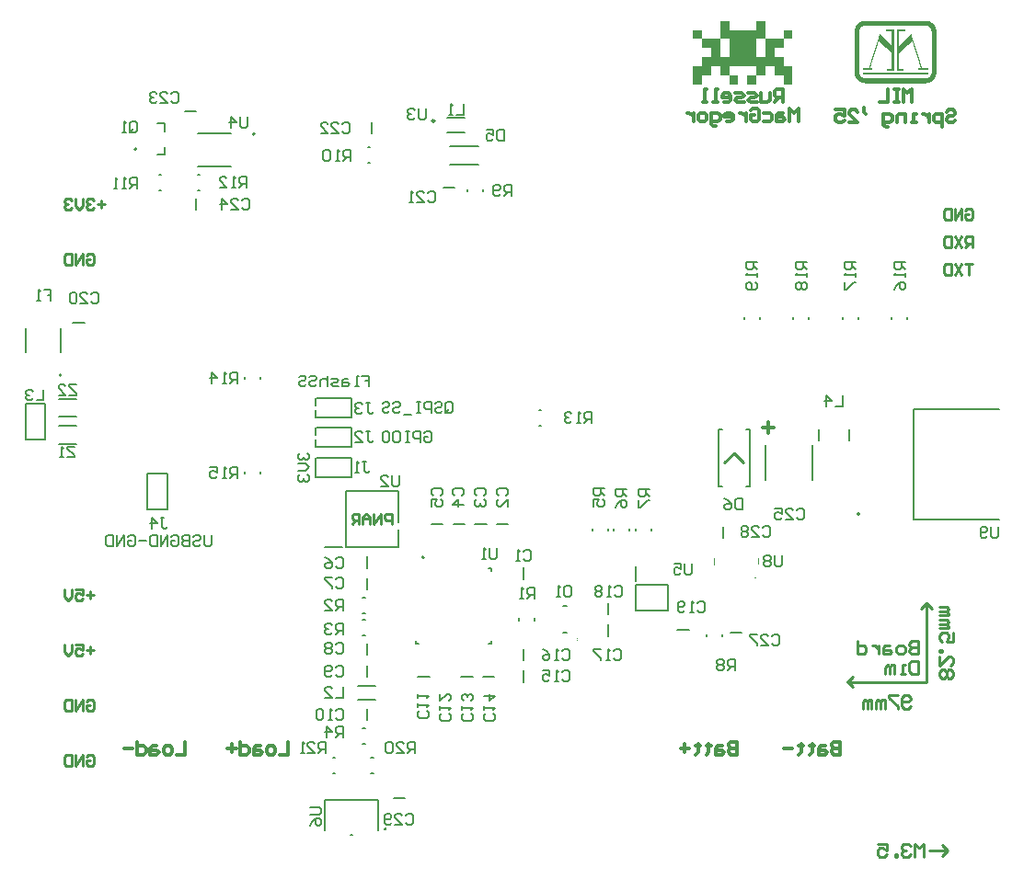
<source format=gbr>
%TF.GenerationSoftware,Altium Limited,Altium Designer,25.2.1 (25)*%
G04 Layer_Color=6809061*
%FSLAX43Y43*%
%MOMM*%
%TF.SameCoordinates,14BE83A4-B3EB-4770-8DB1-726BE69DDD70*%
%TF.FilePolarity,Positive*%
%TF.FileFunction,Legend,Bot*%
%TF.Part,Single*%
G01*
G75*
%TA.AperFunction,NonConductor*%
%ADD67C,0.254*%
%ADD68C,0.200*%
%ADD69C,0.100*%
%ADD71C,0.300*%
%ADD74C,0.250*%
%ADD75C,0.000*%
%ADD76C,0.127*%
%ADD77C,0.220*%
G36*
X70699Y79190D02*
X72362D01*
Y78360D01*
X72361D01*
Y78359D01*
X71530D01*
Y77528D01*
X72361D01*
Y77527D01*
X72362D01*
Y76696D01*
X73193D01*
Y75034D01*
X72362D01*
Y75865D01*
X71531D01*
Y75866D01*
X71530D01*
Y76696D01*
X70699D01*
Y75866D01*
X70698D01*
Y75865D01*
X69868D01*
Y76696D01*
X67374D01*
Y75865D01*
X68204D01*
Y75864D01*
X68205D01*
Y75034D01*
X67374D01*
Y75865D01*
X66544D01*
Y75866D01*
X66543D01*
Y76696D01*
X65711D01*
Y75866D01*
X65710D01*
Y75865D01*
X64880D01*
Y75034D01*
X64049D01*
Y76696D01*
X64880D01*
Y77527D01*
X64881D01*
Y77528D01*
X65711D01*
Y78359D01*
X64881D01*
Y78360D01*
X64880D01*
Y79190D01*
X64049D01*
Y79787D01*
Y79789D01*
Y80022D01*
X64879D01*
Y80021D01*
X64880D01*
Y79190D01*
X66543D01*
Y77528D01*
X67374D01*
Y79190D01*
X66543D01*
Y80853D01*
X67374D01*
Y80022D01*
X69868D01*
Y80853D01*
X70699D01*
Y79190D01*
D02*
G37*
G36*
X73193D02*
X72362D01*
Y79445D01*
Y79446D01*
Y80021D01*
X72363D01*
Y80022D01*
X73193D01*
Y79190D01*
D02*
G37*
G36*
X85506Y80874D02*
X85556D01*
Y80870D01*
X85601D01*
Y80865D01*
X85614D01*
Y80861D01*
X85650D01*
Y80856D01*
X85664D01*
Y80852D01*
X85686D01*
Y80847D01*
X85704D01*
Y80843D01*
X85718D01*
Y80838D01*
X85736D01*
Y80834D01*
X85745D01*
Y80829D01*
X85763D01*
Y80825D01*
X85776D01*
Y80820D01*
X85790D01*
Y80816D01*
X85803D01*
Y80811D01*
X85812D01*
Y80807D01*
X85826D01*
Y80802D01*
X85835D01*
Y80798D01*
X85844D01*
Y80793D01*
X85857D01*
Y80789D01*
X85862D01*
Y80784D01*
X85875D01*
Y80780D01*
X85884D01*
Y80775D01*
X85893D01*
Y80771D01*
X85902D01*
Y80766D01*
X85911D01*
Y80762D01*
X85920D01*
Y80757D01*
X85924D01*
Y80753D01*
X85938D01*
Y80748D01*
X85942D01*
Y80744D01*
X85951D01*
Y80739D01*
X85960D01*
Y80735D01*
X85965D01*
Y80730D01*
X85974D01*
Y80726D01*
X85978D01*
Y80721D01*
X85987D01*
Y80717D01*
X85992D01*
Y80712D01*
X86001D01*
Y80708D01*
X86010D01*
Y80703D01*
X86014D01*
Y80699D01*
X86019D01*
Y80694D01*
X86028D01*
Y80690D01*
X86032D01*
Y80685D01*
X86037D01*
Y80681D01*
X86046D01*
Y80676D01*
X86050D01*
Y80672D01*
X86055D01*
Y80667D01*
X86064D01*
Y80663D01*
X86068D01*
Y80658D01*
X86073D01*
Y80654D01*
X86077D01*
Y80649D01*
X86082D01*
Y80645D01*
X86091D01*
Y80640D01*
X86095D01*
Y80636D01*
X86100D01*
Y80631D01*
X86104D01*
Y80627D01*
X86109D01*
Y80622D01*
X86118D01*
Y80618D01*
X86122D01*
Y80613D01*
X86127D01*
Y80609D01*
X86131D01*
Y80604D01*
X86136D01*
Y80600D01*
X86140D01*
Y80595D01*
X86145D01*
Y80591D01*
X86149D01*
Y80586D01*
X86154D01*
Y80582D01*
X86158D01*
Y80577D01*
X86163D01*
Y80573D01*
X86167D01*
Y80568D01*
X86172D01*
Y80564D01*
X86176D01*
Y80559D01*
X86181D01*
Y80555D01*
X86185D01*
Y80546D01*
X86190D01*
Y80541D01*
X86194D01*
Y80537D01*
X86199D01*
Y80532D01*
X86203D01*
Y80528D01*
X86208D01*
Y80519D01*
X86212D01*
Y80514D01*
X86217D01*
Y80510D01*
X86221D01*
Y80505D01*
X86226D01*
Y80501D01*
X86230D01*
Y80492D01*
X86235D01*
Y80487D01*
X86239D01*
Y80483D01*
X86244D01*
Y80474D01*
X86248D01*
Y80469D01*
X86253D01*
Y80465D01*
X86257D01*
Y80456D01*
X86262D01*
Y80451D01*
X86266D01*
Y80447D01*
X86271D01*
Y80438D01*
X86275D01*
Y80429D01*
X86280D01*
Y80424D01*
X86284D01*
Y80415D01*
X86289D01*
Y80411D01*
X86293D01*
Y80402D01*
X86298D01*
Y80397D01*
X86302D01*
Y80388D01*
X86307D01*
Y80379D01*
X86311D01*
Y80370D01*
X86316D01*
Y80361D01*
X86320D01*
Y80357D01*
X86325D01*
Y80343D01*
X86329D01*
Y80339D01*
X86334D01*
Y80330D01*
X86338D01*
Y80321D01*
X86343D01*
Y80312D01*
X86347D01*
Y80298D01*
X86352D01*
Y80294D01*
X86356D01*
Y80280D01*
X86361D01*
Y80271D01*
X86365D01*
Y80262D01*
X86370D01*
Y80244D01*
X86374D01*
Y80240D01*
X86379D01*
Y80222D01*
X86383D01*
Y80213D01*
X86388D01*
Y80199D01*
X86392D01*
Y80181D01*
X86397D01*
Y80172D01*
X86401D01*
Y80150D01*
X86406D01*
Y80141D01*
X86410D01*
Y80118D01*
X86415D01*
Y80100D01*
X86419D01*
Y80087D01*
X86424D01*
Y80051D01*
X86428D01*
Y80033D01*
X86433D01*
Y79988D01*
X86437D01*
Y79943D01*
X86442D01*
Y76057D01*
X86437D01*
Y76012D01*
X86433D01*
Y75967D01*
X86428D01*
Y75949D01*
X86424D01*
Y75917D01*
X86419D01*
Y75899D01*
X86415D01*
Y75881D01*
X86410D01*
Y75859D01*
X86406D01*
Y75850D01*
X86401D01*
Y75827D01*
X86397D01*
Y75818D01*
X86392D01*
Y75800D01*
X86388D01*
Y75787D01*
X86383D01*
Y75778D01*
X86379D01*
Y75760D01*
X86374D01*
Y75755D01*
X86370D01*
Y75737D01*
X86365D01*
Y75728D01*
X86361D01*
Y75719D01*
X86356D01*
Y75706D01*
X86352D01*
Y75701D01*
X86347D01*
Y75688D01*
X86343D01*
Y75679D01*
X86338D01*
Y75670D01*
X86334D01*
Y75661D01*
X86329D01*
Y75656D01*
X86325D01*
Y75643D01*
X86320D01*
Y75638D01*
X86316D01*
Y75629D01*
X86311D01*
Y75620D01*
X86307D01*
Y75611D01*
X86302D01*
Y75602D01*
X86298D01*
Y75598D01*
X86293D01*
Y75589D01*
X86289D01*
Y75584D01*
X86284D01*
Y75576D01*
X86280D01*
Y75571D01*
X86275D01*
Y75562D01*
X86271D01*
Y75553D01*
X86266D01*
Y75549D01*
X86262D01*
Y75544D01*
X86257D01*
Y75540D01*
X86253D01*
Y75531D01*
X86248D01*
Y75526D01*
X86244D01*
Y75517D01*
X86239D01*
Y75513D01*
X86235D01*
Y75508D01*
X86230D01*
Y75499D01*
X86226D01*
Y75495D01*
X86221D01*
Y75490D01*
X86217D01*
Y75486D01*
X86212D01*
Y75481D01*
X86208D01*
Y75472D01*
X86203D01*
Y75468D01*
X86199D01*
Y75463D01*
X86194D01*
Y75459D01*
X86190D01*
Y75454D01*
X86185D01*
Y75445D01*
X86181D01*
Y75441D01*
X86176D01*
Y75436D01*
X86172D01*
Y75432D01*
X86167D01*
Y75427D01*
X86163D01*
Y75423D01*
X86158D01*
Y75418D01*
X86154D01*
Y75414D01*
X86149D01*
Y75409D01*
X86145D01*
Y75405D01*
X86140D01*
Y75400D01*
X86136D01*
Y75396D01*
X86131D01*
Y75391D01*
X86127D01*
Y75387D01*
X86122D01*
Y75382D01*
X86118D01*
Y75378D01*
X86109D01*
Y75373D01*
X86104D01*
Y75369D01*
X86100D01*
Y75364D01*
X86095D01*
Y75360D01*
X86091D01*
Y75355D01*
X86082D01*
Y75351D01*
X86077D01*
Y75346D01*
X86073D01*
Y75342D01*
X86068D01*
Y75337D01*
X86064D01*
Y75333D01*
X86055D01*
Y75328D01*
X86050D01*
Y75324D01*
X86046D01*
Y75319D01*
X86037D01*
Y75315D01*
X86032D01*
Y75310D01*
X86023D01*
Y75306D01*
X86019D01*
Y75301D01*
X86014D01*
Y75297D01*
X86010D01*
Y75292D01*
X86001D01*
Y75288D01*
X85992D01*
Y75283D01*
X85987D01*
Y75279D01*
X85978D01*
Y75274D01*
X85974D01*
Y75270D01*
X85965D01*
Y75265D01*
X85956D01*
Y75261D01*
X85951D01*
Y75256D01*
X85942D01*
Y75252D01*
X85938D01*
Y75247D01*
X85924D01*
Y75243D01*
X85920D01*
Y75238D01*
X85911D01*
Y75234D01*
X85902D01*
Y75229D01*
X85893D01*
Y75225D01*
X85880D01*
Y75220D01*
X85875D01*
Y75216D01*
X85862D01*
Y75211D01*
X85857D01*
Y75207D01*
X85844D01*
Y75202D01*
X85835D01*
Y75198D01*
X85826D01*
Y75193D01*
X85812D01*
Y75189D01*
X85803D01*
Y75184D01*
X85790D01*
Y75180D01*
X85776D01*
Y75175D01*
X85763D01*
Y75171D01*
X85745D01*
Y75166D01*
X85736D01*
Y75162D01*
X85718D01*
Y75157D01*
X85704D01*
Y75153D01*
X85686D01*
Y75148D01*
X85664D01*
Y75144D01*
X85650D01*
Y75139D01*
X85614D01*
Y75135D01*
X85596D01*
Y75130D01*
X85556D01*
Y75126D01*
X85506D01*
Y75121D01*
X79848D01*
Y75126D01*
X79798D01*
Y75130D01*
X79758D01*
Y75135D01*
X79740D01*
Y75139D01*
X79704D01*
Y75144D01*
X79690D01*
Y75148D01*
X79668D01*
Y75153D01*
X79650D01*
Y75157D01*
X79636D01*
Y75162D01*
X79618D01*
Y75166D01*
X79609D01*
Y75171D01*
X79591D01*
Y75175D01*
X79578D01*
Y75180D01*
X79564D01*
Y75184D01*
X79551D01*
Y75189D01*
X79546D01*
Y75193D01*
X79528D01*
Y75198D01*
X79519D01*
Y75202D01*
X79510D01*
Y75207D01*
X79501D01*
Y75211D01*
X79492D01*
Y75216D01*
X79479D01*
Y75220D01*
X79470D01*
Y75225D01*
X79461D01*
Y75229D01*
X79452D01*
Y75234D01*
X79443D01*
Y75238D01*
X79434D01*
Y75243D01*
X79429D01*
Y75247D01*
X79421D01*
Y75252D01*
X79412D01*
Y75256D01*
X79403D01*
Y75261D01*
X79394D01*
Y75265D01*
X79389D01*
Y75270D01*
X79380D01*
Y75274D01*
X79376D01*
Y75279D01*
X79367D01*
Y75283D01*
X79362D01*
Y75288D01*
X79353D01*
Y75292D01*
X79344D01*
Y75297D01*
X79340D01*
Y75301D01*
X79335D01*
Y75306D01*
X79331D01*
Y75310D01*
X79322D01*
Y75315D01*
X79317D01*
Y75319D01*
X79308D01*
Y75324D01*
X79304D01*
Y75328D01*
X79299D01*
Y75333D01*
X79290D01*
Y75337D01*
X79286D01*
Y75342D01*
X79281D01*
Y75346D01*
X79277D01*
Y75351D01*
X79272D01*
Y75355D01*
X79263D01*
Y75360D01*
X79259D01*
Y75364D01*
X79254D01*
Y75369D01*
X79250D01*
Y75373D01*
X79245D01*
Y75378D01*
X79236D01*
Y75382D01*
X79232D01*
Y75387D01*
X79227D01*
Y75391D01*
X79223D01*
Y75396D01*
X79218D01*
Y75400D01*
X79214D01*
Y75405D01*
X79209D01*
Y75409D01*
X79205D01*
Y75414D01*
X79200D01*
Y75418D01*
X79196D01*
Y75423D01*
X79191D01*
Y75427D01*
X79187D01*
Y75432D01*
X79182D01*
Y75436D01*
X79178D01*
Y75441D01*
X79173D01*
Y75445D01*
X79169D01*
Y75454D01*
X79164D01*
Y75459D01*
X79160D01*
Y75463D01*
X79155D01*
Y75468D01*
X79151D01*
Y75472D01*
X79146D01*
Y75481D01*
X79142D01*
Y75486D01*
X79137D01*
Y75490D01*
X79133D01*
Y75495D01*
X79128D01*
Y75499D01*
X79124D01*
Y75508D01*
X79119D01*
Y75513D01*
X79115D01*
Y75517D01*
X79110D01*
Y75526D01*
X79106D01*
Y75531D01*
X79101D01*
Y75540D01*
X79097D01*
Y75544D01*
X79092D01*
Y75549D01*
X79088D01*
Y75553D01*
X79083D01*
Y75562D01*
X79079D01*
Y75571D01*
X79074D01*
Y75576D01*
X79070D01*
Y75584D01*
X79065D01*
Y75589D01*
X79061D01*
Y75598D01*
X79056D01*
Y75602D01*
X79052D01*
Y75611D01*
X79047D01*
Y75620D01*
X79043D01*
Y75629D01*
X79038D01*
Y75638D01*
X79034D01*
Y75643D01*
X79029D01*
Y75656D01*
X79025D01*
Y75661D01*
X79020D01*
Y75670D01*
X79016D01*
Y75679D01*
X79011D01*
Y75688D01*
X79007D01*
Y75701D01*
X79002D01*
Y75706D01*
X78998D01*
Y75719D01*
X78993D01*
Y75728D01*
X78989D01*
Y75737D01*
X78984D01*
Y75755D01*
X78980D01*
Y75760D01*
X78975D01*
Y75778D01*
X78971D01*
Y75787D01*
X78966D01*
Y75800D01*
X78962D01*
Y75814D01*
X78957D01*
Y75827D01*
X78953D01*
Y75850D01*
X78948D01*
Y75859D01*
X78944D01*
Y75881D01*
X78939D01*
Y75899D01*
X78935D01*
Y75913D01*
X78930D01*
Y75949D01*
X78926D01*
Y75967D01*
X78921D01*
Y76012D01*
X78917D01*
Y76057D01*
X78912D01*
Y79943D01*
X78917D01*
Y79988D01*
X78921D01*
Y80033D01*
X78926D01*
Y80051D01*
X78930D01*
Y80087D01*
X78935D01*
Y80100D01*
X78939D01*
Y80118D01*
X78944D01*
Y80141D01*
X78948D01*
Y80150D01*
X78953D01*
Y80172D01*
X78957D01*
Y80186D01*
X78962D01*
Y80199D01*
X78966D01*
Y80213D01*
X78971D01*
Y80222D01*
X78975D01*
Y80240D01*
X78980D01*
Y80244D01*
X78984D01*
Y80262D01*
X78989D01*
Y80271D01*
X78993D01*
Y80280D01*
X78998D01*
Y80294D01*
X79002D01*
Y80298D01*
X79007D01*
Y80312D01*
X79011D01*
Y80321D01*
X79016D01*
Y80330D01*
X79020D01*
Y80339D01*
X79025D01*
Y80343D01*
X79029D01*
Y80357D01*
X79034D01*
Y80361D01*
X79038D01*
Y80375D01*
X79043D01*
Y80379D01*
X79047D01*
Y80388D01*
X79052D01*
Y80397D01*
X79056D01*
Y80402D01*
X79061D01*
Y80411D01*
X79065D01*
Y80415D01*
X79070D01*
Y80424D01*
X79074D01*
Y80429D01*
X79079D01*
Y80438D01*
X79083D01*
Y80447D01*
X79088D01*
Y80451D01*
X79092D01*
Y80456D01*
X79097D01*
Y80465D01*
X79101D01*
Y80469D01*
X79106D01*
Y80478D01*
X79110D01*
Y80483D01*
X79115D01*
Y80487D01*
X79119D01*
Y80492D01*
X79124D01*
Y80501D01*
X79128D01*
Y80505D01*
X79133D01*
Y80510D01*
X79137D01*
Y80514D01*
X79142D01*
Y80519D01*
X79146D01*
Y80528D01*
X79151D01*
Y80532D01*
X79155D01*
Y80537D01*
X79160D01*
Y80541D01*
X79164D01*
Y80546D01*
X79169D01*
Y80555D01*
X79173D01*
Y80559D01*
X79178D01*
Y80564D01*
X79182D01*
Y80568D01*
X79187D01*
Y80573D01*
X79191D01*
Y80577D01*
X79196D01*
Y80582D01*
X79200D01*
Y80586D01*
X79205D01*
Y80591D01*
X79209D01*
Y80595D01*
X79214D01*
Y80600D01*
X79218D01*
Y80604D01*
X79223D01*
Y80609D01*
X79227D01*
Y80613D01*
X79232D01*
Y80618D01*
X79236D01*
Y80622D01*
X79245D01*
Y80627D01*
X79250D01*
Y80631D01*
X79254D01*
Y80636D01*
X79259D01*
Y80640D01*
X79263D01*
Y80645D01*
X79272D01*
Y80649D01*
X79277D01*
Y80654D01*
X79281D01*
Y80658D01*
X79286D01*
Y80663D01*
X79290D01*
Y80667D01*
X79299D01*
Y80672D01*
X79304D01*
Y80676D01*
X79308D01*
Y80681D01*
X79313D01*
Y80685D01*
X79322D01*
Y80690D01*
X79331D01*
Y80694D01*
X79335D01*
Y80699D01*
X79340D01*
Y80703D01*
X79344D01*
Y80708D01*
X79353D01*
Y80712D01*
X79362D01*
Y80717D01*
X79367D01*
Y80721D01*
X79376D01*
Y80726D01*
X79380D01*
Y80730D01*
X79389D01*
Y80735D01*
X79394D01*
Y80739D01*
X79403D01*
Y80744D01*
X79412D01*
Y80748D01*
X79416D01*
Y80753D01*
X79429D01*
Y80757D01*
X79434D01*
Y80762D01*
X79443D01*
Y80766D01*
X79452D01*
Y80771D01*
X79461D01*
Y80775D01*
X79470D01*
Y80780D01*
X79479D01*
Y80784D01*
X79492D01*
Y80789D01*
X79501D01*
Y80793D01*
X79510D01*
Y80798D01*
X79519D01*
Y80802D01*
X79528D01*
Y80807D01*
X79546D01*
Y80811D01*
X79551D01*
Y80816D01*
X79564D01*
Y80820D01*
X79578D01*
Y80825D01*
X79587D01*
Y80829D01*
X79605D01*
Y80834D01*
X79618D01*
Y80838D01*
X79636D01*
Y80843D01*
X79650D01*
Y80847D01*
X79668D01*
Y80852D01*
X79690D01*
Y80856D01*
X79704D01*
Y80861D01*
X79740D01*
Y80865D01*
X79753D01*
Y80870D01*
X79798D01*
Y80874D01*
X79848D01*
Y80879D01*
X85506D01*
Y80874D01*
D02*
G37*
G36*
X69868Y75800D02*
Y75799D01*
Y75034D01*
X69037D01*
Y75864D01*
X69038D01*
Y75865D01*
X69868D01*
Y75800D01*
D02*
G37*
%LPC*%
G36*
X70699Y79190D02*
X69868D01*
Y77528D01*
X70699D01*
Y79190D01*
D02*
G37*
G36*
X85475Y80438D02*
X79879D01*
Y80433D01*
X79843D01*
Y80429D01*
X79803D01*
Y80424D01*
X79789D01*
Y80420D01*
X79767D01*
Y80415D01*
X79749D01*
Y80411D01*
X79740D01*
Y80406D01*
X79722D01*
Y80402D01*
X79713D01*
Y80397D01*
X79699D01*
Y80393D01*
X79690D01*
Y80388D01*
X79677D01*
Y80384D01*
X79668D01*
Y80379D01*
X79663D01*
Y80375D01*
X79650D01*
Y80370D01*
X79645D01*
Y80366D01*
X79632D01*
Y80361D01*
X79627D01*
Y80357D01*
X79618D01*
Y80352D01*
X79614D01*
Y80348D01*
X79605D01*
Y80343D01*
X79596D01*
Y80339D01*
X79591D01*
Y80334D01*
X79587D01*
Y80330D01*
X79578D01*
Y80325D01*
X79573D01*
Y80321D01*
X79569D01*
Y80316D01*
X79564D01*
Y80312D01*
X79555D01*
Y80307D01*
X79551D01*
Y80303D01*
X79546D01*
Y80298D01*
X79537D01*
Y80289D01*
X79528D01*
Y80285D01*
X79524D01*
Y80280D01*
X79519D01*
Y80276D01*
X79515D01*
Y80271D01*
X79510D01*
Y80267D01*
X79506D01*
Y80262D01*
X79501D01*
Y80253D01*
X79492D01*
Y80244D01*
X79488D01*
Y80240D01*
X79483D01*
Y80235D01*
X79479D01*
Y80231D01*
X79474D01*
Y80222D01*
X79470D01*
Y80217D01*
X79465D01*
Y80213D01*
X79461D01*
Y80204D01*
X79456D01*
Y80199D01*
X79452D01*
Y80195D01*
X79448D01*
Y80186D01*
X79443D01*
Y80181D01*
X79438D01*
Y80172D01*
X79434D01*
Y80163D01*
X79429D01*
Y80154D01*
X79425D01*
Y80150D01*
X79421D01*
Y80141D01*
X79416D01*
Y80127D01*
X79412D01*
Y80123D01*
X79407D01*
Y80109D01*
X79403D01*
Y80100D01*
X79398D01*
Y80091D01*
X79394D01*
Y80078D01*
X79389D01*
Y80069D01*
X79385D01*
Y80051D01*
X79380D01*
Y80042D01*
X79376D01*
Y80019D01*
X79371D01*
Y80006D01*
X79367D01*
Y79988D01*
X79362D01*
Y79947D01*
X79358D01*
Y79907D01*
X79353D01*
Y76093D01*
X79358D01*
Y76052D01*
X79362D01*
Y76012D01*
X79367D01*
Y75998D01*
X79371D01*
Y75980D01*
X79376D01*
Y75958D01*
X79380D01*
Y75949D01*
X79385D01*
Y75931D01*
X79389D01*
Y75922D01*
X79394D01*
Y75908D01*
X79398D01*
Y75899D01*
X79403D01*
Y75890D01*
X79407D01*
Y75877D01*
X79412D01*
Y75872D01*
X79416D01*
Y75859D01*
X79421D01*
Y75854D01*
X79425D01*
Y75845D01*
X79429D01*
Y75836D01*
X79434D01*
Y75832D01*
X79438D01*
Y75818D01*
X79443D01*
Y75814D01*
X79448D01*
Y75805D01*
X79452D01*
Y75800D01*
X79456D01*
Y75796D01*
X79461D01*
Y75787D01*
X79465D01*
Y75782D01*
X79470D01*
Y75778D01*
X79474D01*
Y75773D01*
X79479D01*
Y75764D01*
X79483D01*
Y75760D01*
X79488D01*
Y75755D01*
X79492D01*
Y75751D01*
X79497D01*
Y75746D01*
X79501D01*
Y75742D01*
X79506D01*
Y75733D01*
X79510D01*
Y75728D01*
X79515D01*
Y75724D01*
X79519D01*
Y75719D01*
X79524D01*
Y75715D01*
X79528D01*
Y75710D01*
X79537D01*
Y75701D01*
X79546D01*
Y75697D01*
X79551D01*
Y75692D01*
X79555D01*
Y75688D01*
X79564D01*
Y75683D01*
X79569D01*
Y75679D01*
X79573D01*
Y75674D01*
X79578D01*
Y75670D01*
X79587D01*
Y75665D01*
X79591D01*
Y75661D01*
X79596D01*
Y75656D01*
X79605D01*
Y75652D01*
X79614D01*
Y75647D01*
X79618D01*
Y75643D01*
X79627D01*
Y75638D01*
X79636D01*
Y75634D01*
X79645D01*
Y75629D01*
X79650D01*
Y75625D01*
X79663D01*
Y75620D01*
X79668D01*
Y75616D01*
X79681D01*
Y75611D01*
X79690D01*
Y75607D01*
X79699D01*
Y75602D01*
X79713D01*
Y75598D01*
X79722D01*
Y75593D01*
X79740D01*
Y75589D01*
X79749D01*
Y75584D01*
X79767D01*
Y75580D01*
X79789D01*
Y75576D01*
X79803D01*
Y75571D01*
X79843D01*
Y75566D01*
X79879D01*
Y75562D01*
X85475D01*
Y75566D01*
X85511D01*
Y75571D01*
X85551D01*
Y75576D01*
X85565D01*
Y75580D01*
X85587D01*
Y75584D01*
X85605D01*
Y75589D01*
X85614D01*
Y75593D01*
X85632D01*
Y75598D01*
X85641D01*
Y75602D01*
X85655D01*
Y75607D01*
X85664D01*
Y75611D01*
X85673D01*
Y75616D01*
X85686D01*
Y75620D01*
X85691D01*
Y75625D01*
X85704D01*
Y75629D01*
X85709D01*
Y75634D01*
X85718D01*
Y75638D01*
X85727D01*
Y75643D01*
X85736D01*
Y75647D01*
X85745D01*
Y75652D01*
X85749D01*
Y75656D01*
X85758D01*
Y75661D01*
X85763D01*
Y75665D01*
X85767D01*
Y75670D01*
X85776D01*
Y75674D01*
X85781D01*
Y75679D01*
X85785D01*
Y75683D01*
X85790D01*
Y75688D01*
X85799D01*
Y75692D01*
X85803D01*
Y75697D01*
X85808D01*
Y75701D01*
X85812D01*
Y75706D01*
X85817D01*
Y75710D01*
X85826D01*
Y75715D01*
X85830D01*
Y75719D01*
X85835D01*
Y75724D01*
X85839D01*
Y75728D01*
X85844D01*
Y75733D01*
X85848D01*
Y75737D01*
X85853D01*
Y75746D01*
X85857D01*
Y75751D01*
X85862D01*
Y75755D01*
X85866D01*
Y75760D01*
X85871D01*
Y75764D01*
X85875D01*
Y75773D01*
X85880D01*
Y75778D01*
X85884D01*
Y75782D01*
X85889D01*
Y75787D01*
X85893D01*
Y75796D01*
X85898D01*
Y75800D01*
X85902D01*
Y75809D01*
X85907D01*
Y75814D01*
X85911D01*
Y75818D01*
X85915D01*
Y75832D01*
X85920D01*
Y75836D01*
X85924D01*
Y75845D01*
X85929D01*
Y75854D01*
X85933D01*
Y75859D01*
X85938D01*
Y75872D01*
X85942D01*
Y75877D01*
X85947D01*
Y75890D01*
X85951D01*
Y75899D01*
X85956D01*
Y75908D01*
X85960D01*
Y75922D01*
X85965D01*
Y75931D01*
X85969D01*
Y75949D01*
X85974D01*
Y75958D01*
X85978D01*
Y75980D01*
X85983D01*
Y75998D01*
X85987D01*
Y76016D01*
X85992D01*
Y76057D01*
X85996D01*
Y76097D01*
X86001D01*
Y79902D01*
X85996D01*
Y79943D01*
X85992D01*
Y79983D01*
X85987D01*
Y80001D01*
X85983D01*
Y80019D01*
X85978D01*
Y80042D01*
X85974D01*
Y80051D01*
X85969D01*
Y80069D01*
X85965D01*
Y80078D01*
X85960D01*
Y80091D01*
X85956D01*
Y80100D01*
X85951D01*
Y80109D01*
X85947D01*
Y80123D01*
X85942D01*
Y80127D01*
X85938D01*
Y80141D01*
X85933D01*
Y80145D01*
X85929D01*
Y80154D01*
X85924D01*
Y80163D01*
X85920D01*
Y80168D01*
X85915D01*
Y80181D01*
X85911D01*
Y80186D01*
X85907D01*
Y80190D01*
X85902D01*
Y80199D01*
X85898D01*
Y80204D01*
X85893D01*
Y80213D01*
X85889D01*
Y80217D01*
X85884D01*
Y80222D01*
X85880D01*
Y80226D01*
X85875D01*
Y80235D01*
X85871D01*
Y80240D01*
X85866D01*
Y80244D01*
X85862D01*
Y80253D01*
X85853D01*
Y80262D01*
X85848D01*
Y80267D01*
X85844D01*
Y80271D01*
X85839D01*
Y80276D01*
X85835D01*
Y80280D01*
X85830D01*
Y80285D01*
X85826D01*
Y80289D01*
X85817D01*
Y80298D01*
X85808D01*
Y80303D01*
X85803D01*
Y80307D01*
X85799D01*
Y80312D01*
X85790D01*
Y80316D01*
X85785D01*
Y80321D01*
X85781D01*
Y80325D01*
X85776D01*
Y80330D01*
X85767D01*
Y80334D01*
X85763D01*
Y80339D01*
X85758D01*
Y80343D01*
X85749D01*
Y80348D01*
X85745D01*
Y80352D01*
X85736D01*
Y80357D01*
X85727D01*
Y80361D01*
X85722D01*
Y80366D01*
X85709D01*
Y80370D01*
X85704D01*
Y80375D01*
X85691D01*
Y80379D01*
X85686D01*
Y80384D01*
X85673D01*
Y80388D01*
X85664D01*
Y80393D01*
X85655D01*
Y80397D01*
X85641D01*
Y80402D01*
X85632D01*
Y80406D01*
X85614D01*
Y80411D01*
X85605D01*
Y80415D01*
X85587D01*
Y80420D01*
X85565D01*
Y80424D01*
X85551D01*
Y80429D01*
X85511D01*
Y80433D01*
X85475D01*
Y80438D01*
D02*
G37*
%LPD*%
G36*
X82565Y80096D02*
X82569D01*
Y76232D01*
X82565D01*
Y76228D01*
X81903D01*
Y76237D01*
X81899D01*
Y76246D01*
X81903D01*
Y76430D01*
X81899D01*
Y76439D01*
X81903D01*
Y76448D01*
X82340D01*
Y76453D01*
X82344D01*
Y77892D01*
X82340D01*
Y77896D01*
X82335D01*
Y77901D01*
X82331D01*
Y77905D01*
X82326D01*
Y77910D01*
X82322D01*
Y77914D01*
X82313D01*
Y77919D01*
X82308D01*
Y77923D01*
X82304D01*
Y77928D01*
X82299D01*
Y77932D01*
X82295D01*
Y77937D01*
X82290D01*
Y77941D01*
X82286D01*
Y77946D01*
X82281D01*
Y77950D01*
X82277D01*
Y77955D01*
X82272D01*
Y77959D01*
X82268D01*
Y77964D01*
X82259D01*
Y77968D01*
X82254D01*
Y77973D01*
X82250D01*
Y77977D01*
X82245D01*
Y77982D01*
X82241D01*
Y77986D01*
X82236D01*
Y77991D01*
X82232D01*
Y77995D01*
X82227D01*
Y78000D01*
X82218D01*
Y78004D01*
X82214D01*
Y78009D01*
X82209D01*
Y78013D01*
X82205D01*
Y78018D01*
X82200D01*
Y78022D01*
X82196D01*
Y78027D01*
X82191D01*
Y78031D01*
X82187D01*
Y78036D01*
X82182D01*
Y78040D01*
X82178D01*
Y78045D01*
X82169D01*
Y78054D01*
X82160D01*
Y78058D01*
X82155D01*
Y78063D01*
X82151D01*
Y78067D01*
X82146D01*
Y78072D01*
X82142D01*
Y78076D01*
X82137D01*
Y78081D01*
X82133D01*
Y78085D01*
X82128D01*
Y78090D01*
X82124D01*
Y78094D01*
X82119D01*
Y78099D01*
X82110D01*
Y78103D01*
X82106D01*
Y78108D01*
X82101D01*
Y78112D01*
X82097D01*
Y78117D01*
X82092D01*
Y78121D01*
X82088D01*
Y78126D01*
X82083D01*
Y78130D01*
X82074D01*
Y78139D01*
X82065D01*
Y78144D01*
X82061D01*
Y78148D01*
X82056D01*
Y78153D01*
X82052D01*
Y78157D01*
X82047D01*
Y78162D01*
X82043D01*
Y78166D01*
X82038D01*
Y78171D01*
X82034D01*
Y78175D01*
X82029D01*
Y78180D01*
X82025D01*
Y78184D01*
X82016D01*
Y78193D01*
X82007D01*
Y78198D01*
X82002D01*
Y78202D01*
X81998D01*
Y78207D01*
X81993D01*
Y78211D01*
X81989D01*
Y78216D01*
X81984D01*
Y78220D01*
X81980D01*
Y78225D01*
X81971D01*
Y78229D01*
X81966D01*
Y78234D01*
X81962D01*
Y78238D01*
X81957D01*
Y78243D01*
X81953D01*
Y78247D01*
X81948D01*
Y78252D01*
X81944D01*
Y78256D01*
X81939D01*
Y78261D01*
X81935D01*
Y78265D01*
X81930D01*
Y78270D01*
X81921D01*
Y78279D01*
X81912D01*
Y78283D01*
X81908D01*
Y78288D01*
X81903D01*
Y78292D01*
X81899D01*
Y78297D01*
X81894D01*
Y78301D01*
X81890D01*
Y78306D01*
X81885D01*
Y78310D01*
X81881D01*
Y78315D01*
X81876D01*
Y78319D01*
X81872D01*
Y78324D01*
X81863D01*
Y78328D01*
X81858D01*
Y78333D01*
X81854D01*
Y78337D01*
X81849D01*
Y78342D01*
X81845D01*
Y78346D01*
X81840D01*
Y78351D01*
X81836D01*
Y78355D01*
X81827D01*
Y78360D01*
X81822D01*
Y78364D01*
X81818D01*
Y78369D01*
X81813D01*
Y78373D01*
X81809D01*
Y78378D01*
X81804D01*
Y78382D01*
X81800D01*
Y78387D01*
X81795D01*
Y78391D01*
X81791D01*
Y78396D01*
X81786D01*
Y78400D01*
X81782D01*
Y78405D01*
X81777D01*
Y78409D01*
X81773D01*
Y78414D01*
X81768D01*
Y78418D01*
X81759D01*
Y78423D01*
X81755D01*
Y78427D01*
X81750D01*
Y78432D01*
X81746D01*
Y78436D01*
X81741D01*
Y78441D01*
X81737D01*
Y78445D01*
X81732D01*
Y78450D01*
X81728D01*
Y78454D01*
X81719D01*
Y78459D01*
X81714D01*
Y78463D01*
X81710D01*
Y78468D01*
X81705D01*
Y78472D01*
X81701D01*
Y78477D01*
X81696D01*
Y78481D01*
X81692D01*
Y78486D01*
X81687D01*
Y78490D01*
X81683D01*
Y78495D01*
X81678D01*
Y78499D01*
X81674D01*
Y78504D01*
X81665D01*
Y78508D01*
X81660D01*
Y78513D01*
X81656D01*
Y78517D01*
X81651D01*
Y78522D01*
X81647D01*
Y78526D01*
X81642D01*
Y78531D01*
X81638D01*
Y78535D01*
X81633D01*
Y78540D01*
X81624D01*
Y78544D01*
X81620D01*
Y78549D01*
X81615D01*
Y78553D01*
X81611D01*
Y78558D01*
X81606D01*
Y78562D01*
X81602D01*
Y78567D01*
X81598D01*
Y78571D01*
X81593D01*
Y78576D01*
X81589D01*
Y78580D01*
X81584D01*
Y78585D01*
X81575D01*
Y78594D01*
X81566D01*
Y78598D01*
X81562D01*
Y78603D01*
X81557D01*
Y78607D01*
X81553D01*
Y78612D01*
X81548D01*
Y78616D01*
X81544D01*
Y78621D01*
X81539D01*
Y78625D01*
X81535D01*
Y78630D01*
X81530D01*
Y78634D01*
X81526D01*
Y78639D01*
X81517D01*
Y78643D01*
X81512D01*
Y78648D01*
X81508D01*
Y78652D01*
X81503D01*
Y78657D01*
X81499D01*
Y78661D01*
X81494D01*
Y78666D01*
X81490D01*
Y78670D01*
X81481D01*
Y78679D01*
X81472D01*
Y78684D01*
X81467D01*
Y78688D01*
X81463D01*
Y78693D01*
X81458D01*
Y78697D01*
X81454D01*
Y78702D01*
X81449D01*
Y78706D01*
X81445D01*
Y78711D01*
X81440D01*
Y78715D01*
X81436D01*
Y78720D01*
X81431D01*
Y78724D01*
X81422D01*
Y78733D01*
X81413D01*
Y78738D01*
X81409D01*
Y78742D01*
X81404D01*
Y78747D01*
X81400D01*
Y78751D01*
X81395D01*
Y78756D01*
X81391D01*
Y78760D01*
X81386D01*
Y78765D01*
X81377D01*
Y78769D01*
X81373D01*
Y78774D01*
X81368D01*
Y78778D01*
X81364D01*
Y78783D01*
X81359D01*
Y78787D01*
X81355D01*
Y78792D01*
X81350D01*
Y78796D01*
X81346D01*
Y78800D01*
X81341D01*
Y78805D01*
X81337D01*
Y78810D01*
X81328D01*
Y78818D01*
X81319D01*
Y78823D01*
X81314D01*
Y78827D01*
X81310D01*
Y78832D01*
X81305D01*
Y78836D01*
X81301D01*
Y78841D01*
X81296D01*
Y78845D01*
X81292D01*
Y78850D01*
X81287D01*
Y78854D01*
X81283D01*
Y78859D01*
X81278D01*
Y78863D01*
X81269D01*
Y78868D01*
X81265D01*
Y78872D01*
X81260D01*
Y78877D01*
X81256D01*
Y78881D01*
X81251D01*
Y78886D01*
X81247D01*
Y78890D01*
X81242D01*
Y78895D01*
X81238D01*
Y78899D01*
X81233D01*
Y78904D01*
X81224D01*
Y78908D01*
X81220D01*
Y78913D01*
X81215D01*
Y78917D01*
X81211D01*
Y78922D01*
X81206D01*
Y78926D01*
X81202D01*
Y78931D01*
X81197D01*
Y78935D01*
X81193D01*
Y78940D01*
X81188D01*
Y78944D01*
X81184D01*
Y78949D01*
X81179D01*
Y78953D01*
X81175D01*
Y78958D01*
X81166D01*
Y78962D01*
X81161D01*
Y78967D01*
X81157D01*
Y78971D01*
X81152D01*
Y78976D01*
X81148D01*
Y78980D01*
X81143D01*
Y78985D01*
X81139D01*
Y78989D01*
X81130D01*
Y78994D01*
X81125D01*
Y78989D01*
X81121D01*
Y78967D01*
X81116D01*
Y78958D01*
X81112D01*
Y78940D01*
X81107D01*
Y78931D01*
X81103D01*
Y78913D01*
X81098D01*
Y78899D01*
X81094D01*
Y78886D01*
X81089D01*
Y78868D01*
X81085D01*
Y78859D01*
X81080D01*
Y78841D01*
X81076D01*
Y78827D01*
X81071D01*
Y78814D01*
X81067D01*
Y78800D01*
X81062D01*
Y78787D01*
X81058D01*
Y78769D01*
X81053D01*
Y78760D01*
X81049D01*
Y78742D01*
X81044D01*
Y78729D01*
X81040D01*
Y78720D01*
X81035D01*
Y78697D01*
X81031D01*
Y78688D01*
X81026D01*
Y78670D01*
X81022D01*
Y78661D01*
X81017D01*
Y78648D01*
X81013D01*
Y78630D01*
X81008D01*
Y78621D01*
X81004D01*
Y78598D01*
X80999D01*
Y78589D01*
X80995D01*
Y78571D01*
X80990D01*
Y78558D01*
X80986D01*
Y78549D01*
X80981D01*
Y78531D01*
X80977D01*
Y78522D01*
X80972D01*
Y78499D01*
X80968D01*
Y78490D01*
X80963D01*
Y78477D01*
X80959D01*
Y78459D01*
X80954D01*
Y78450D01*
X80950D01*
Y78432D01*
X80945D01*
Y78418D01*
X80941D01*
Y78405D01*
X80936D01*
Y78391D01*
X80932D01*
Y78378D01*
X80927D01*
Y78360D01*
X80923D01*
Y78351D01*
X80918D01*
Y78333D01*
X80914D01*
Y78319D01*
X80909D01*
Y78306D01*
X80905D01*
Y78288D01*
X80900D01*
Y78279D01*
X80896D01*
Y78261D01*
X80891D01*
Y78252D01*
X80887D01*
Y78234D01*
X80882D01*
Y78220D01*
X80878D01*
Y78207D01*
X80873D01*
Y78189D01*
X80869D01*
Y78180D01*
X80864D01*
Y78162D01*
X80860D01*
Y78148D01*
X80855D01*
Y78135D01*
X80851D01*
Y78121D01*
X80846D01*
Y78108D01*
X80842D01*
Y78090D01*
X80837D01*
Y78081D01*
X80833D01*
Y78063D01*
X80828D01*
Y78049D01*
X80824D01*
Y78040D01*
X80819D01*
Y78018D01*
X80815D01*
Y78009D01*
X80810D01*
Y77991D01*
X80806D01*
Y77982D01*
X80801D01*
Y77968D01*
X80797D01*
Y77950D01*
X80792D01*
Y77941D01*
X80788D01*
Y77919D01*
X80783D01*
Y77910D01*
X80779D01*
Y77892D01*
X80774D01*
Y77878D01*
X80770D01*
Y77869D01*
X80765D01*
Y77851D01*
X80761D01*
Y77842D01*
X80756D01*
Y77824D01*
X80752D01*
Y77811D01*
X80747D01*
Y77797D01*
X80743D01*
Y77779D01*
X80738D01*
Y77770D01*
X80734D01*
Y77752D01*
X80729D01*
Y77743D01*
X80725D01*
Y77726D01*
X80720D01*
Y77712D01*
X80716D01*
Y77699D01*
X80711D01*
Y77681D01*
X80707D01*
Y77672D01*
X80702D01*
Y77654D01*
X80698D01*
Y77640D01*
X80693D01*
Y77627D01*
X80689D01*
Y77613D01*
X80684D01*
Y77600D01*
X80680D01*
Y77582D01*
X80675D01*
Y77573D01*
X80671D01*
Y77555D01*
X80666D01*
Y77541D01*
X80662D01*
Y77532D01*
X80657D01*
Y77510D01*
X80653D01*
Y77501D01*
X80648D01*
Y77483D01*
X80644D01*
Y77474D01*
X80639D01*
Y77460D01*
X80635D01*
Y77442D01*
X80630D01*
Y77433D01*
X80626D01*
Y77411D01*
X80621D01*
Y77402D01*
X80617D01*
Y77384D01*
X80612D01*
Y77370D01*
X80608D01*
Y77361D01*
X80603D01*
Y77343D01*
X80599D01*
Y77334D01*
X80594D01*
Y77312D01*
X80590D01*
Y77303D01*
X80585D01*
Y77289D01*
X80581D01*
Y77271D01*
X80576D01*
Y77262D01*
X80572D01*
Y77244D01*
X80567D01*
Y77231D01*
X80563D01*
Y77217D01*
X80558D01*
Y77204D01*
X80554D01*
Y77190D01*
X80549D01*
Y77172D01*
X80545D01*
Y77163D01*
X80540D01*
Y77145D01*
X80536D01*
Y77132D01*
X80532D01*
Y77118D01*
X80527D01*
Y77100D01*
X80522D01*
Y77091D01*
X80518D01*
Y77073D01*
X80513D01*
Y77064D01*
X80509D01*
Y77046D01*
X80505D01*
Y77033D01*
X80500D01*
Y77019D01*
X80496D01*
Y77001D01*
X80491D01*
Y76992D01*
X80487D01*
Y76974D01*
X80482D01*
Y76961D01*
X80478D01*
Y76947D01*
X80473D01*
Y76934D01*
X80469D01*
Y76920D01*
X80464D01*
Y76902D01*
X80460D01*
Y76893D01*
X80455D01*
Y76875D01*
X80451D01*
Y76862D01*
X80446D01*
Y76853D01*
X80442D01*
Y76830D01*
X80437D01*
Y76821D01*
X80433D01*
Y76803D01*
X80428D01*
Y76794D01*
X80424D01*
Y76781D01*
X80419D01*
Y76763D01*
X80415D01*
Y76754D01*
X80410D01*
Y76731D01*
X80406D01*
Y76722D01*
X80401D01*
Y76704D01*
X80397D01*
Y76695D01*
X80392D01*
Y76682D01*
X80388D01*
Y76664D01*
X80383D01*
Y76655D01*
X80379D01*
Y76637D01*
X80374D01*
Y76624D01*
X80370D01*
Y76610D01*
X80365D01*
Y76592D01*
X80361D01*
Y76583D01*
X80356D01*
Y76561D01*
X80572D01*
Y76340D01*
X80563D01*
Y76336D01*
X80558D01*
Y76340D01*
X79690D01*
Y76345D01*
X79686D01*
Y76556D01*
X79690D01*
Y76561D01*
X80235D01*
Y76565D01*
X80244D01*
Y76574D01*
X80248D01*
Y76592D01*
X80253D01*
Y76601D01*
X80257D01*
Y76619D01*
X80262D01*
Y76633D01*
X80266D01*
Y76642D01*
X80271D01*
Y76659D01*
X80275D01*
Y76673D01*
X80280D01*
Y76691D01*
X80284D01*
Y76700D01*
X80289D01*
Y76713D01*
X80293D01*
Y76731D01*
X80298D01*
Y76740D01*
X80302D01*
Y76758D01*
X80307D01*
Y76767D01*
X80311D01*
Y76785D01*
X80316D01*
Y76799D01*
X80320D01*
Y76812D01*
X80325D01*
Y76830D01*
X80329D01*
Y76839D01*
X80334D01*
Y76857D01*
X80338D01*
Y76866D01*
X80343D01*
Y76880D01*
X80347D01*
Y76898D01*
X80352D01*
Y76907D01*
X80356D01*
Y76929D01*
X80361D01*
Y76938D01*
X80365D01*
Y76952D01*
X80370D01*
Y76970D01*
X80374D01*
Y76979D01*
X80379D01*
Y76997D01*
X80383D01*
Y77006D01*
X80388D01*
Y77024D01*
X80392D01*
Y77037D01*
X80397D01*
Y77051D01*
X80401D01*
Y77069D01*
X80406D01*
Y77078D01*
X80410D01*
Y77096D01*
X80415D01*
Y77105D01*
X80419D01*
Y77123D01*
X80424D01*
Y77136D01*
X80428D01*
Y77145D01*
X80433D01*
Y77163D01*
X80437D01*
Y77177D01*
X80442D01*
Y77195D01*
X80446D01*
Y77204D01*
X80451D01*
Y77217D01*
X80455D01*
Y77235D01*
X80460D01*
Y77244D01*
X80464D01*
Y77262D01*
X80469D01*
Y77271D01*
X80473D01*
Y77289D01*
X80478D01*
Y77303D01*
X80482D01*
Y77316D01*
X80487D01*
Y77334D01*
X80491D01*
Y77343D01*
X80496D01*
Y77361D01*
X80500D01*
Y77370D01*
X80505D01*
Y77384D01*
X80509D01*
Y77402D01*
X80513D01*
Y77411D01*
X80518D01*
Y77433D01*
X80522D01*
Y77442D01*
X80527D01*
Y77460D01*
X80532D01*
Y77474D01*
X80536D01*
Y77483D01*
X80540D01*
Y77501D01*
X80545D01*
Y77510D01*
X80549D01*
Y77528D01*
X80554D01*
Y77541D01*
X80558D01*
Y77555D01*
X80563D01*
Y77573D01*
X80567D01*
Y77582D01*
X80572D01*
Y77600D01*
X80576D01*
Y77609D01*
X80581D01*
Y77627D01*
X80585D01*
Y77640D01*
X80590D01*
Y77649D01*
X80594D01*
Y77667D01*
X80599D01*
Y77681D01*
X80603D01*
Y77699D01*
X80608D01*
Y77708D01*
X80612D01*
Y77721D01*
X80617D01*
Y77739D01*
X80621D01*
Y77748D01*
X80626D01*
Y77766D01*
X80630D01*
Y77775D01*
X80635D01*
Y77793D01*
X80639D01*
Y77806D01*
X80644D01*
Y77815D01*
X80648D01*
Y77838D01*
X80653D01*
Y77847D01*
X80657D01*
Y77865D01*
X80662D01*
Y77878D01*
X80666D01*
Y77892D01*
X80671D01*
Y77905D01*
X80675D01*
Y77914D01*
X80680D01*
Y77937D01*
X80684D01*
Y77946D01*
X80689D01*
Y77959D01*
X80693D01*
Y77973D01*
X80698D01*
Y77986D01*
X80702D01*
Y78004D01*
X80707D01*
Y78013D01*
X80711D01*
Y78031D01*
X80716D01*
Y78045D01*
X80720D01*
Y78058D01*
X80725D01*
Y78076D01*
X80729D01*
Y78085D01*
X80734D01*
Y78103D01*
X80738D01*
Y78112D01*
X80743D01*
Y78130D01*
X80747D01*
Y78144D01*
X80752D01*
Y78153D01*
X80756D01*
Y78175D01*
X80761D01*
Y78180D01*
X80765D01*
Y78202D01*
X80770D01*
Y78211D01*
X80774D01*
Y78225D01*
X80779D01*
Y78243D01*
X80783D01*
Y78252D01*
X80788D01*
Y78270D01*
X80792D01*
Y78279D01*
X80797D01*
Y78297D01*
X80801D01*
Y78310D01*
X80806D01*
Y78324D01*
X80810D01*
Y78342D01*
X80815D01*
Y78351D01*
X80819D01*
Y78369D01*
X80824D01*
Y78378D01*
X80828D01*
Y78391D01*
X80833D01*
Y78409D01*
X80837D01*
Y78418D01*
X80842D01*
Y78441D01*
X80846D01*
Y78450D01*
X80851D01*
Y78463D01*
X80855D01*
Y78481D01*
X80860D01*
Y78490D01*
X80864D01*
Y78508D01*
X80869D01*
Y78517D01*
X80873D01*
Y78535D01*
X80878D01*
Y78549D01*
X80882D01*
Y78562D01*
X80887D01*
Y78576D01*
X80891D01*
Y78589D01*
X80896D01*
Y78607D01*
X80900D01*
Y78616D01*
X80905D01*
Y78634D01*
X80909D01*
Y78648D01*
X80914D01*
Y78657D01*
X80918D01*
Y78675D01*
X80923D01*
Y78688D01*
X80927D01*
Y78706D01*
X80932D01*
Y78715D01*
X80936D01*
Y78729D01*
X80941D01*
Y78747D01*
X80945D01*
Y78756D01*
X80950D01*
Y78774D01*
X80954D01*
Y78783D01*
X80959D01*
Y78800D01*
X80963D01*
Y78814D01*
X80968D01*
Y78827D01*
X80972D01*
Y78845D01*
X80977D01*
Y78854D01*
X80981D01*
Y78872D01*
X80986D01*
Y78881D01*
X80990D01*
Y78895D01*
X80995D01*
Y78913D01*
X80999D01*
Y78922D01*
X81004D01*
Y78931D01*
Y78935D01*
Y78944D01*
X81008D01*
Y78953D01*
X81013D01*
Y78971D01*
X81017D01*
Y78985D01*
X81022D01*
Y78994D01*
X81026D01*
Y79012D01*
X81031D01*
Y79021D01*
X81035D01*
Y79039D01*
X81040D01*
Y79052D01*
X81044D01*
Y79066D01*
X81049D01*
Y79084D01*
X81053D01*
Y79093D01*
X81058D01*
Y79111D01*
X81062D01*
Y79120D01*
X81067D01*
Y79138D01*
X81071D01*
Y79151D01*
X81076D01*
Y79160D01*
X81080D01*
Y79178D01*
X81085D01*
Y79192D01*
X81089D01*
Y79210D01*
X81094D01*
Y79219D01*
X81098D01*
Y79232D01*
X81103D01*
Y79250D01*
X81107D01*
Y79259D01*
X81112D01*
Y79277D01*
X81116D01*
Y79286D01*
X81121D01*
Y79304D01*
X81125D01*
Y79318D01*
X81130D01*
Y79327D01*
X81134D01*
Y79349D01*
X81139D01*
Y79358D01*
X81143D01*
Y79376D01*
X81148D01*
Y79385D01*
X81152D01*
Y79399D01*
X81157D01*
Y79417D01*
X81161D01*
Y79426D01*
X81166D01*
Y79448D01*
X81170D01*
Y79457D01*
X81175D01*
Y79471D01*
X81179D01*
Y79484D01*
X81184D01*
Y79498D01*
X81188D01*
Y79516D01*
X81193D01*
Y79525D01*
X81197D01*
Y79543D01*
X81202D01*
Y79556D01*
X81206D01*
Y79570D01*
X81211D01*
Y79588D01*
X81215D01*
Y79597D01*
X81220D01*
Y79615D01*
X81224D01*
Y79624D01*
X81229D01*
Y79642D01*
X81233D01*
Y79651D01*
X81238D01*
Y79655D01*
X81242D01*
Y79651D01*
X81251D01*
Y79646D01*
X81256D01*
Y79642D01*
X81260D01*
Y79637D01*
X81265D01*
Y79633D01*
X81269D01*
Y79628D01*
X81274D01*
Y79624D01*
X81278D01*
Y79619D01*
X81283D01*
Y79615D01*
X81287D01*
Y79610D01*
X81292D01*
Y79606D01*
X81296D01*
Y79601D01*
X81301D01*
Y79597D01*
X81305D01*
Y79592D01*
X81310D01*
Y79588D01*
X81314D01*
Y79583D01*
X81319D01*
Y79579D01*
X81323D01*
Y79574D01*
X81328D01*
Y79570D01*
X81332D01*
Y79565D01*
X81337D01*
Y79561D01*
X81341D01*
Y79556D01*
X81346D01*
Y79552D01*
X81350D01*
Y79547D01*
X81355D01*
Y79543D01*
X81359D01*
Y79538D01*
X81364D01*
Y79534D01*
X81368D01*
Y79529D01*
X81373D01*
Y79525D01*
X81377D01*
Y79520D01*
X81382D01*
Y79516D01*
X81386D01*
Y79511D01*
X81391D01*
Y79507D01*
X81395D01*
Y79502D01*
X81400D01*
Y79498D01*
X81404D01*
Y79493D01*
X81409D01*
Y79489D01*
X81413D01*
Y79484D01*
X81418D01*
Y79480D01*
X81422D01*
Y79475D01*
X81427D01*
Y79471D01*
X81431D01*
Y79466D01*
X81436D01*
Y79462D01*
X81440D01*
Y79457D01*
X81445D01*
Y79453D01*
X81449D01*
Y79448D01*
X81454D01*
Y79444D01*
X81458D01*
Y79439D01*
X81463D01*
Y79435D01*
X81467D01*
Y79430D01*
X81472D01*
Y79426D01*
X81476D01*
Y79421D01*
X81481D01*
Y79417D01*
X81485D01*
Y79412D01*
X81490D01*
Y79408D01*
X81494D01*
Y79403D01*
X81499D01*
Y79399D01*
X81503D01*
Y79394D01*
X81508D01*
Y79390D01*
X81512D01*
Y79385D01*
X81517D01*
Y79381D01*
X81521D01*
Y79376D01*
X81526D01*
Y79372D01*
X81530D01*
Y79367D01*
X81535D01*
Y79363D01*
X81539D01*
Y79358D01*
X81544D01*
Y79354D01*
X81548D01*
Y79349D01*
X81553D01*
Y79345D01*
X81557D01*
Y79340D01*
X81562D01*
Y79336D01*
X81566D01*
Y79331D01*
X81571D01*
Y79327D01*
X81575D01*
Y79322D01*
X81580D01*
Y79318D01*
X81584D01*
Y79313D01*
X81589D01*
Y79309D01*
X81593D01*
Y79304D01*
X81598D01*
Y79300D01*
X81602D01*
Y79295D01*
X81606D01*
Y79291D01*
X81611D01*
Y79286D01*
X81615D01*
Y79282D01*
X81620D01*
Y79277D01*
X81624D01*
Y79273D01*
X81629D01*
Y79268D01*
X81633D01*
Y79264D01*
X81638D01*
Y79259D01*
X81642D01*
Y79255D01*
X81647D01*
Y79250D01*
X81651D01*
Y79246D01*
X81656D01*
Y79241D01*
X81660D01*
Y79237D01*
X81665D01*
Y79232D01*
X81669D01*
Y79228D01*
X81674D01*
Y79223D01*
X81678D01*
Y79219D01*
X81683D01*
Y79214D01*
X81687D01*
Y79210D01*
X81692D01*
Y79205D01*
X81696D01*
Y79201D01*
X81701D01*
Y79196D01*
X81705D01*
Y79192D01*
X81710D01*
Y79187D01*
X81714D01*
Y79183D01*
X81719D01*
Y79178D01*
X81723D01*
Y79174D01*
X81728D01*
Y79169D01*
X81732D01*
Y79165D01*
X81737D01*
Y79160D01*
X81741D01*
Y79156D01*
X81746D01*
Y79151D01*
X81750D01*
Y79147D01*
X81755D01*
Y79142D01*
X81759D01*
Y79138D01*
X81764D01*
Y79133D01*
X81768D01*
Y79129D01*
X81773D01*
Y79124D01*
X81777D01*
Y79120D01*
X81782D01*
Y79115D01*
X81786D01*
Y79111D01*
X81791D01*
Y79106D01*
X81795D01*
Y79102D01*
X81800D01*
Y79097D01*
X81804D01*
Y79093D01*
X81809D01*
Y79088D01*
X81813D01*
Y79084D01*
X81818D01*
Y79079D01*
X81822D01*
Y79075D01*
X81827D01*
Y79070D01*
X81831D01*
Y79066D01*
X81836D01*
Y79061D01*
X81840D01*
Y79057D01*
X81845D01*
Y79052D01*
X81849D01*
Y79048D01*
X81854D01*
Y79043D01*
X81858D01*
Y79039D01*
X81863D01*
Y79034D01*
X81867D01*
Y79030D01*
X81872D01*
Y79025D01*
X81876D01*
Y79021D01*
X81881D01*
Y79016D01*
X81885D01*
Y79012D01*
X81890D01*
Y79007D01*
X81894D01*
Y79003D01*
X81899D01*
Y78998D01*
X81903D01*
Y78994D01*
X81908D01*
Y78989D01*
X81912D01*
Y78985D01*
X81917D01*
Y78980D01*
X81921D01*
Y78976D01*
X81926D01*
Y78971D01*
X81930D01*
Y78967D01*
X81935D01*
Y78962D01*
X81939D01*
Y78958D01*
X81944D01*
Y78953D01*
X81948D01*
Y78949D01*
X81953D01*
Y78944D01*
X81957D01*
Y78940D01*
X81962D01*
Y78935D01*
X81966D01*
Y78931D01*
X81971D01*
Y78926D01*
X81975D01*
Y78922D01*
X81980D01*
Y78917D01*
X81984D01*
Y78913D01*
X81989D01*
Y78908D01*
X81993D01*
Y78904D01*
X81998D01*
Y78899D01*
X82002D01*
Y78895D01*
X82007D01*
Y78890D01*
X82011D01*
Y78886D01*
X82016D01*
Y78881D01*
X82020D01*
Y78877D01*
X82025D01*
Y78872D01*
X82029D01*
Y78868D01*
X82034D01*
Y78863D01*
X82038D01*
Y78859D01*
X82043D01*
Y78854D01*
X82047D01*
Y78850D01*
X82052D01*
Y78845D01*
X82056D01*
Y78841D01*
X82061D01*
Y78836D01*
X82065D01*
Y78832D01*
X82070D01*
Y78827D01*
X82074D01*
Y78823D01*
X82079D01*
Y78818D01*
X82083D01*
Y78814D01*
X82088D01*
Y78810D01*
X82092D01*
Y78805D01*
X82097D01*
Y78800D01*
X82101D01*
Y78796D01*
X82106D01*
Y78792D01*
X82110D01*
Y78787D01*
X82115D01*
Y78783D01*
X82119D01*
Y78778D01*
X82124D01*
Y78774D01*
X82128D01*
Y78769D01*
X82133D01*
Y78765D01*
X82137D01*
Y78760D01*
X82142D01*
Y78756D01*
X82146D01*
Y78751D01*
X82151D01*
Y78747D01*
X82155D01*
Y78742D01*
X82160D01*
Y78738D01*
X82164D01*
Y78733D01*
X82169D01*
Y78729D01*
X82173D01*
Y78724D01*
X82178D01*
Y78720D01*
X82182D01*
Y78715D01*
X82187D01*
Y78711D01*
X82191D01*
Y78706D01*
X82196D01*
Y78702D01*
X82200D01*
Y78697D01*
X82205D01*
Y78693D01*
X82209D01*
Y78688D01*
X82214D01*
Y78684D01*
X82218D01*
Y78679D01*
X82223D01*
Y78675D01*
X82227D01*
Y78670D01*
X82232D01*
Y78666D01*
X82236D01*
Y78661D01*
X82241D01*
Y78657D01*
X82245D01*
Y78652D01*
X82250D01*
Y78648D01*
X82254D01*
Y78643D01*
X82259D01*
Y78639D01*
X82263D01*
Y78634D01*
X82268D01*
Y78630D01*
X82272D01*
Y78625D01*
X82277D01*
Y78621D01*
X82281D01*
Y78616D01*
X82286D01*
Y78612D01*
X82290D01*
Y78607D01*
X82295D01*
Y78603D01*
X82299D01*
Y78598D01*
X82304D01*
Y78594D01*
X82308D01*
Y78589D01*
X82313D01*
Y78585D01*
X82317D01*
Y78580D01*
X82322D01*
Y78576D01*
X82326D01*
Y78571D01*
X82331D01*
Y78562D01*
X82344D01*
Y79876D01*
X82340D01*
Y79880D01*
X81795D01*
Y79884D01*
X81791D01*
Y80100D01*
X81795D01*
Y80105D01*
X82565D01*
Y80096D01*
D02*
G37*
G36*
X83559Y80100D02*
X83563D01*
Y79884D01*
X83559D01*
Y79880D01*
X83014D01*
Y79876D01*
X83010D01*
Y78562D01*
X83023D01*
Y78571D01*
X83028D01*
Y78576D01*
X83032D01*
Y78580D01*
X83037D01*
Y78585D01*
X83041D01*
Y78589D01*
X83046D01*
Y78594D01*
X83050D01*
Y78598D01*
X83055D01*
Y78603D01*
X83059D01*
Y78607D01*
X83064D01*
Y78612D01*
X83068D01*
Y78616D01*
X83073D01*
Y78621D01*
X83077D01*
Y78625D01*
X83082D01*
Y78630D01*
X83086D01*
Y78634D01*
X83091D01*
Y78639D01*
X83095D01*
Y78643D01*
X83100D01*
Y78648D01*
X83104D01*
Y78652D01*
X83109D01*
Y78657D01*
X83113D01*
Y78661D01*
X83118D01*
Y78666D01*
X83122D01*
Y78670D01*
X83127D01*
Y78675D01*
X83131D01*
Y78679D01*
X83136D01*
Y78684D01*
X83140D01*
Y78688D01*
X83145D01*
Y78693D01*
X83149D01*
Y78697D01*
X83154D01*
Y78702D01*
X83158D01*
Y78706D01*
X83163D01*
Y78711D01*
X83167D01*
Y78715D01*
X83172D01*
Y78720D01*
X83176D01*
Y78724D01*
X83181D01*
Y78729D01*
X83185D01*
Y78733D01*
X83190D01*
Y78738D01*
X83194D01*
Y78742D01*
X83199D01*
Y78747D01*
X83203D01*
Y78751D01*
X83208D01*
Y78756D01*
X83212D01*
Y78760D01*
X83217D01*
Y78765D01*
X83221D01*
Y78769D01*
X83226D01*
Y78774D01*
X83230D01*
Y78778D01*
X83235D01*
Y78783D01*
X83239D01*
Y78787D01*
X83244D01*
Y78792D01*
X83248D01*
Y78796D01*
X83253D01*
Y78800D01*
X83257D01*
Y78805D01*
X83262D01*
Y78810D01*
X83266D01*
Y78814D01*
X83271D01*
Y78818D01*
X83275D01*
Y78823D01*
X83280D01*
Y78827D01*
X83284D01*
Y78832D01*
X83289D01*
Y78836D01*
X83293D01*
Y78841D01*
X83298D01*
Y78845D01*
X83302D01*
Y78850D01*
X83307D01*
Y78854D01*
X83311D01*
Y78859D01*
X83316D01*
Y78863D01*
X83320D01*
Y78868D01*
X83325D01*
Y78872D01*
X83329D01*
Y78877D01*
X83334D01*
Y78881D01*
X83338D01*
Y78886D01*
X83343D01*
Y78890D01*
X83347D01*
Y78895D01*
X83352D01*
Y78899D01*
X83356D01*
Y78904D01*
X83361D01*
Y78908D01*
X83365D01*
Y78913D01*
X83370D01*
Y78917D01*
X83374D01*
Y78922D01*
X83379D01*
Y78926D01*
X83383D01*
Y78931D01*
X83388D01*
Y78935D01*
X83392D01*
Y78940D01*
X83397D01*
Y78944D01*
X83401D01*
Y78949D01*
X83406D01*
Y78953D01*
X83410D01*
Y78958D01*
X83415D01*
Y78962D01*
X83419D01*
Y78967D01*
X83424D01*
Y78971D01*
X83428D01*
Y78976D01*
X83433D01*
Y78980D01*
X83437D01*
Y78985D01*
X83442D01*
Y78989D01*
X83446D01*
Y78994D01*
X83451D01*
Y78998D01*
X83455D01*
Y79003D01*
X83460D01*
Y79007D01*
X83464D01*
Y79012D01*
X83469D01*
Y79016D01*
X83473D01*
Y79021D01*
X83478D01*
Y79025D01*
X83482D01*
Y79030D01*
X83487D01*
Y79034D01*
X83491D01*
Y79039D01*
X83496D01*
Y79043D01*
X83500D01*
Y79048D01*
X83505D01*
Y79052D01*
X83509D01*
Y79057D01*
X83514D01*
Y79061D01*
X83518D01*
Y79066D01*
X83523D01*
Y79070D01*
X83527D01*
Y79075D01*
X83532D01*
Y79079D01*
X83536D01*
Y79084D01*
X83541D01*
Y79088D01*
X83545D01*
Y79093D01*
X83550D01*
Y79097D01*
X83554D01*
Y79102D01*
X83559D01*
Y79106D01*
X83563D01*
Y79111D01*
X83568D01*
Y79115D01*
X83572D01*
Y79120D01*
X83577D01*
Y79124D01*
X83581D01*
Y79129D01*
X83586D01*
Y79133D01*
X83590D01*
Y79138D01*
X83595D01*
Y79142D01*
X83599D01*
Y79147D01*
X83604D01*
Y79151D01*
X83608D01*
Y79156D01*
X83613D01*
Y79160D01*
X83617D01*
Y79165D01*
X83622D01*
Y79169D01*
X83626D01*
Y79174D01*
X83631D01*
Y79178D01*
X83635D01*
Y79183D01*
X83640D01*
Y79187D01*
X83644D01*
Y79192D01*
X83649D01*
Y79196D01*
X83653D01*
Y79201D01*
X83658D01*
Y79205D01*
X83662D01*
Y79210D01*
X83667D01*
Y79214D01*
X83671D01*
Y79219D01*
X83676D01*
Y79223D01*
X83680D01*
Y79228D01*
X83685D01*
Y79232D01*
X83689D01*
Y79237D01*
X83694D01*
Y79241D01*
X83698D01*
Y79246D01*
X83703D01*
Y79250D01*
X83707D01*
Y79255D01*
X83712D01*
Y79259D01*
X83716D01*
Y79264D01*
X83721D01*
Y79268D01*
X83725D01*
Y79273D01*
X83730D01*
Y79277D01*
X83734D01*
Y79282D01*
X83739D01*
Y79286D01*
X83743D01*
Y79291D01*
X83747D01*
Y79295D01*
X83752D01*
Y79300D01*
X83757D01*
Y79304D01*
X83761D01*
Y79309D01*
X83766D01*
Y79313D01*
X83770D01*
Y79318D01*
X83774D01*
Y79322D01*
X83779D01*
Y79327D01*
X83783D01*
Y79331D01*
X83788D01*
Y79336D01*
X83792D01*
Y79340D01*
X83797D01*
Y79345D01*
X83801D01*
Y79349D01*
X83806D01*
Y79354D01*
X83810D01*
Y79358D01*
X83815D01*
Y79363D01*
X83819D01*
Y79367D01*
X83824D01*
Y79372D01*
X83828D01*
Y79376D01*
X83833D01*
Y79381D01*
X83837D01*
Y79385D01*
X83842D01*
Y79390D01*
X83846D01*
Y79394D01*
X83851D01*
Y79399D01*
X83855D01*
Y79403D01*
X83860D01*
Y79408D01*
X83864D01*
Y79412D01*
X83869D01*
Y79417D01*
X83873D01*
Y79421D01*
X83878D01*
Y79426D01*
X83882D01*
Y79430D01*
X83887D01*
Y79435D01*
X83891D01*
Y79439D01*
X83896D01*
Y79444D01*
X83900D01*
Y79448D01*
X83905D01*
Y79453D01*
X83909D01*
Y79457D01*
X83914D01*
Y79462D01*
X83918D01*
Y79466D01*
X83923D01*
Y79471D01*
X83927D01*
Y79475D01*
X83932D01*
Y79480D01*
X83936D01*
Y79484D01*
X83941D01*
Y79489D01*
X83945D01*
Y79493D01*
X83950D01*
Y79498D01*
X83954D01*
Y79502D01*
X83959D01*
Y79507D01*
X83963D01*
Y79511D01*
X83968D01*
Y79516D01*
X83972D01*
Y79520D01*
X83977D01*
Y79525D01*
X83981D01*
Y79529D01*
X83986D01*
Y79534D01*
X83990D01*
Y79538D01*
X83995D01*
Y79543D01*
X83999D01*
Y79547D01*
X84004D01*
Y79552D01*
X84008D01*
Y79556D01*
X84013D01*
Y79561D01*
X84017D01*
Y79565D01*
X84022D01*
Y79570D01*
X84026D01*
Y79574D01*
X84031D01*
Y79579D01*
X84035D01*
Y79583D01*
X84040D01*
Y79588D01*
X84044D01*
Y79592D01*
X84049D01*
Y79597D01*
X84053D01*
Y79601D01*
X84058D01*
Y79606D01*
X84062D01*
Y79610D01*
X84067D01*
Y79615D01*
X84071D01*
Y79619D01*
X84076D01*
Y79624D01*
X84080D01*
Y79628D01*
X84085D01*
Y79633D01*
X84089D01*
Y79637D01*
X84094D01*
Y79642D01*
X84098D01*
Y79646D01*
X84103D01*
Y79651D01*
X84112D01*
Y79655D01*
X84116D01*
Y79651D01*
X84121D01*
Y79642D01*
X84125D01*
Y79624D01*
X84130D01*
Y79615D01*
X84134D01*
Y79597D01*
X84139D01*
Y79583D01*
X84143D01*
Y79570D01*
X84148D01*
Y79556D01*
X84152D01*
Y79543D01*
X84157D01*
Y79525D01*
X84161D01*
Y79516D01*
X84166D01*
Y79498D01*
X84170D01*
Y79484D01*
X84175D01*
Y79475D01*
X84179D01*
Y79457D01*
X84184D01*
Y79448D01*
X84188D01*
Y79426D01*
X84193D01*
Y79417D01*
X84197D01*
Y79403D01*
X84202D01*
Y79385D01*
X84206D01*
Y79376D01*
X84211D01*
Y79358D01*
X84215D01*
Y79349D01*
X84220D01*
Y79331D01*
X84224D01*
Y79318D01*
X84229D01*
Y79304D01*
X84233D01*
Y79286D01*
X84238D01*
Y79277D01*
X84242D01*
Y79259D01*
X84247D01*
Y79250D01*
X84251D01*
Y79232D01*
X84256D01*
Y79219D01*
X84260D01*
Y79210D01*
X84265D01*
Y79187D01*
X84269D01*
Y79178D01*
X84274D01*
Y79160D01*
X84278D01*
Y79151D01*
X84283D01*
Y79138D01*
X84287D01*
Y79120D01*
X84292D01*
Y79111D01*
X84296D01*
Y79093D01*
X84301D01*
Y79084D01*
X84305D01*
Y79066D01*
X84310D01*
Y79052D01*
X84314D01*
Y79039D01*
X84319D01*
Y79021D01*
X84323D01*
Y79012D01*
X84328D01*
Y78994D01*
X84332D01*
Y78980D01*
X84337D01*
Y78971D01*
X84341D01*
Y78953D01*
X84346D01*
Y78944D01*
X84350D01*
Y78922D01*
X84355D01*
Y78913D01*
X84359D01*
Y78895D01*
X84364D01*
Y78881D01*
X84368D01*
Y78872D01*
X84373D01*
Y78854D01*
X84377D01*
Y78845D01*
X84382D01*
Y78827D01*
X84386D01*
Y78814D01*
X84391D01*
Y78800D01*
X84395D01*
Y78783D01*
X84400D01*
Y78774D01*
X84404D01*
Y78756D01*
X84409D01*
Y78747D01*
X84413D01*
Y78729D01*
X84418D01*
Y78715D01*
X84422D01*
Y78706D01*
X84427D01*
Y78688D01*
X84431D01*
Y78675D01*
X84436D01*
Y78657D01*
X84440D01*
Y78648D01*
X84445D01*
Y78634D01*
X84449D01*
Y78616D01*
X84454D01*
Y78607D01*
X84458D01*
Y78589D01*
X84463D01*
Y78576D01*
X84467D01*
Y78562D01*
X84472D01*
Y78549D01*
X84476D01*
Y78535D01*
X84481D01*
Y78517D01*
X84485D01*
Y78508D01*
X84490D01*
Y78490D01*
X84494D01*
Y78477D01*
X84499D01*
Y78463D01*
X84503D01*
Y78450D01*
X84508D01*
Y78441D01*
X84512D01*
Y78418D01*
X84517D01*
Y78409D01*
X84521D01*
Y78391D01*
X84526D01*
Y78378D01*
X84530D01*
Y78369D01*
X84535D01*
Y78351D01*
X84539D01*
Y78342D01*
X84544D01*
Y78324D01*
X84548D01*
Y78310D01*
X84553D01*
Y78297D01*
X84557D01*
Y78279D01*
X84562D01*
Y78270D01*
X84566D01*
Y78252D01*
X84571D01*
Y78243D01*
X84575D01*
Y78225D01*
X84580D01*
Y78211D01*
X84584D01*
Y78202D01*
X84589D01*
Y78184D01*
X84593D01*
Y78171D01*
X84598D01*
Y78153D01*
X84602D01*
Y78144D01*
X84607D01*
Y78130D01*
X84611D01*
Y78112D01*
X84616D01*
Y78103D01*
X84620D01*
Y78085D01*
X84625D01*
Y78072D01*
X84629D01*
Y78058D01*
X84634D01*
Y78045D01*
X84638D01*
Y78031D01*
X84643D01*
Y78013D01*
X84647D01*
Y78004D01*
X84652D01*
Y77986D01*
X84656D01*
Y77973D01*
X84661D01*
Y77964D01*
X84665D01*
Y77946D01*
X84670D01*
Y77937D01*
X84674D01*
Y77914D01*
X84679D01*
Y77905D01*
X84683D01*
Y77892D01*
X84688D01*
Y77874D01*
X84692D01*
Y77865D01*
X84697D01*
Y77847D01*
X84701D01*
Y77838D01*
X84706D01*
Y77820D01*
X84710D01*
Y77806D01*
X84715D01*
Y77793D01*
X84719D01*
Y77775D01*
X84724D01*
Y77766D01*
X84728D01*
Y77748D01*
X84733D01*
Y77739D01*
X84737D01*
Y77721D01*
X84742D01*
Y77708D01*
X84746D01*
Y77699D01*
X84751D01*
Y77676D01*
X84755D01*
Y77667D01*
X84760D01*
Y77649D01*
X84764D01*
Y77640D01*
X84769D01*
Y77627D01*
X84773D01*
Y77609D01*
X84778D01*
Y77600D01*
X84782D01*
Y77582D01*
X84787D01*
Y77573D01*
X84791D01*
Y77555D01*
X84796D01*
Y77541D01*
X84800D01*
Y77528D01*
X84805D01*
Y77510D01*
X84809D01*
Y77501D01*
X84814D01*
Y77483D01*
X84818D01*
Y77469D01*
X84823D01*
Y77460D01*
X84827D01*
Y77442D01*
X84831D01*
Y77433D01*
X84836D01*
Y77411D01*
X84840D01*
Y77402D01*
X84845D01*
Y77384D01*
X84850D01*
Y77370D01*
X84854D01*
Y77361D01*
X84858D01*
Y77343D01*
X84863D01*
Y77334D01*
X84867D01*
Y77316D01*
X84872D01*
Y77303D01*
X84876D01*
Y77289D01*
X84881D01*
Y77271D01*
X84885D01*
Y77262D01*
X84890D01*
Y77244D01*
X84894D01*
Y77235D01*
X84899D01*
Y77217D01*
X84903D01*
Y77204D01*
X84908D01*
Y77195D01*
X84912D01*
Y77177D01*
X84917D01*
Y77163D01*
X84921D01*
Y77145D01*
X84926D01*
Y77136D01*
X84930D01*
Y77123D01*
X84935D01*
Y77105D01*
X84939D01*
Y77096D01*
X84944D01*
Y77078D01*
X84948D01*
Y77064D01*
X84953D01*
Y77051D01*
X84957D01*
Y77037D01*
X84962D01*
Y77024D01*
X84966D01*
Y77006D01*
X84971D01*
Y76997D01*
X84975D01*
Y76979D01*
X84980D01*
Y76965D01*
X84984D01*
Y76952D01*
X84989D01*
Y76938D01*
X84993D01*
Y76929D01*
X84998D01*
Y76907D01*
X85002D01*
Y76898D01*
X85007D01*
Y76884D01*
X85011D01*
Y76866D01*
X85016D01*
Y76857D01*
X85020D01*
Y76839D01*
X85025D01*
Y76830D01*
X85029D01*
Y76812D01*
X85034D01*
Y76799D01*
X85038D01*
Y76785D01*
X85043D01*
Y76767D01*
X85047D01*
Y76758D01*
X85052D01*
Y76740D01*
X85056D01*
Y76731D01*
X85061D01*
Y76713D01*
X85065D01*
Y76700D01*
X85070D01*
Y76691D01*
X85074D01*
Y76673D01*
X85079D01*
Y76659D01*
X85083D01*
Y76642D01*
X85088D01*
Y76633D01*
X85092D01*
Y76619D01*
X85097D01*
Y76601D01*
X85101D01*
Y76592D01*
X85106D01*
Y76574D01*
X85110D01*
Y76565D01*
X85119D01*
Y76561D01*
X85664D01*
Y76556D01*
X85668D01*
Y76340D01*
X84796D01*
Y76336D01*
X84791D01*
Y76340D01*
X84782D01*
Y76561D01*
X84998D01*
Y76583D01*
X84993D01*
Y76592D01*
X84989D01*
Y76610D01*
X84984D01*
Y76624D01*
X84980D01*
Y76637D01*
X84975D01*
Y76655D01*
X84971D01*
Y76664D01*
X84966D01*
Y76682D01*
X84962D01*
Y76691D01*
X84957D01*
Y76704D01*
X84953D01*
Y76722D01*
X84948D01*
Y76731D01*
X84944D01*
Y76754D01*
X84939D01*
Y76763D01*
X84935D01*
Y76781D01*
X84930D01*
Y76794D01*
X84926D01*
Y76803D01*
X84921D01*
Y76821D01*
X84917D01*
Y76830D01*
X84912D01*
Y76853D01*
X84908D01*
Y76862D01*
X84903D01*
Y76875D01*
X84899D01*
Y76893D01*
X84894D01*
Y76902D01*
X84890D01*
Y76925D01*
X84885D01*
Y76934D01*
X84881D01*
Y76947D01*
X84876D01*
Y76961D01*
X84872D01*
Y76974D01*
X84867D01*
Y76992D01*
X84863D01*
Y77001D01*
X84858D01*
Y77019D01*
X84854D01*
Y77033D01*
X84850D01*
Y77046D01*
X84845D01*
Y77064D01*
X84840D01*
Y77073D01*
X84836D01*
Y77091D01*
X84831D01*
Y77100D01*
X84827D01*
Y77118D01*
X84823D01*
Y77132D01*
X84818D01*
Y77145D01*
X84814D01*
Y77163D01*
X84809D01*
Y77172D01*
X84805D01*
Y77190D01*
X84800D01*
Y77204D01*
X84796D01*
Y77217D01*
X84791D01*
Y77231D01*
X84787D01*
Y77244D01*
X84782D01*
Y77262D01*
X84778D01*
Y77271D01*
X84773D01*
Y77289D01*
X84769D01*
Y77303D01*
X84764D01*
Y77312D01*
X84760D01*
Y77334D01*
X84755D01*
Y77343D01*
X84751D01*
Y77361D01*
X84746D01*
Y77370D01*
X84742D01*
Y77384D01*
X84737D01*
Y77402D01*
X84733D01*
Y77411D01*
X84728D01*
Y77433D01*
X84724D01*
Y77442D01*
X84719D01*
Y77460D01*
X84715D01*
Y77474D01*
X84710D01*
Y77483D01*
X84706D01*
Y77501D01*
X84701D01*
Y77510D01*
X84697D01*
Y77532D01*
X84692D01*
Y77541D01*
X84688D01*
Y77555D01*
X84683D01*
Y77573D01*
X84679D01*
Y77582D01*
X84674D01*
Y77600D01*
X84670D01*
Y77609D01*
X84665D01*
Y77627D01*
X84661D01*
Y77640D01*
X84656D01*
Y77654D01*
X84652D01*
Y77672D01*
X84647D01*
Y77681D01*
X84643D01*
Y77699D01*
X84638D01*
Y77712D01*
X84634D01*
Y77726D01*
X84629D01*
Y77743D01*
X84625D01*
Y77752D01*
X84620D01*
Y77770D01*
X84616D01*
Y77779D01*
X84611D01*
Y77797D01*
X84607D01*
Y77811D01*
X84602D01*
Y77824D01*
X84598D01*
Y77842D01*
X84593D01*
Y77851D01*
X84589D01*
Y77869D01*
X84584D01*
Y77878D01*
X84580D01*
Y77892D01*
X84575D01*
Y77910D01*
X84571D01*
Y77919D01*
X84566D01*
Y77941D01*
X84562D01*
Y77950D01*
X84557D01*
Y77968D01*
X84553D01*
Y77982D01*
X84548D01*
Y77991D01*
X84544D01*
Y78009D01*
X84539D01*
Y78018D01*
X84535D01*
Y78040D01*
X84530D01*
Y78049D01*
X84526D01*
Y78063D01*
X84521D01*
Y78081D01*
X84517D01*
Y78090D01*
X84512D01*
Y78112D01*
X84508D01*
Y78121D01*
X84503D01*
Y78135D01*
X84499D01*
Y78148D01*
X84494D01*
Y78162D01*
X84490D01*
Y78180D01*
X84485D01*
Y78189D01*
X84481D01*
Y78207D01*
X84476D01*
Y78220D01*
X84472D01*
Y78234D01*
X84467D01*
Y78252D01*
X84463D01*
Y78261D01*
X84458D01*
Y78279D01*
X84454D01*
Y78288D01*
X84449D01*
Y78306D01*
X84445D01*
Y78319D01*
X84440D01*
Y78333D01*
X84436D01*
Y78351D01*
X84431D01*
Y78360D01*
X84427D01*
Y78378D01*
X84422D01*
Y78391D01*
X84418D01*
Y78405D01*
X84413D01*
Y78418D01*
X84409D01*
Y78432D01*
X84404D01*
Y78450D01*
X84400D01*
Y78459D01*
X84395D01*
Y78477D01*
X84391D01*
Y78490D01*
X84386D01*
Y78499D01*
X84382D01*
Y78522D01*
X84377D01*
Y78531D01*
X84373D01*
Y78549D01*
X84368D01*
Y78558D01*
X84364D01*
Y78571D01*
X84359D01*
Y78589D01*
X84355D01*
Y78598D01*
X84350D01*
Y78621D01*
X84346D01*
Y78630D01*
X84341D01*
Y78648D01*
X84337D01*
Y78661D01*
X84332D01*
Y78670D01*
X84328D01*
Y78688D01*
X84323D01*
Y78697D01*
X84319D01*
Y78720D01*
X84314D01*
Y78729D01*
X84310D01*
Y78742D01*
X84305D01*
Y78760D01*
X84301D01*
Y78769D01*
X84296D01*
Y78787D01*
X84292D01*
Y78796D01*
X84287D01*
Y78814D01*
X84283D01*
Y78827D01*
X84278D01*
Y78841D01*
X84274D01*
Y78859D01*
X84269D01*
Y78868D01*
X84265D01*
Y78886D01*
X84260D01*
Y78899D01*
X84256D01*
Y78913D01*
X84251D01*
Y78931D01*
X84247D01*
Y78940D01*
X84242D01*
Y78958D01*
X84238D01*
Y78967D01*
X84233D01*
Y78989D01*
X84229D01*
Y78994D01*
X84224D01*
Y78989D01*
X84220D01*
Y78985D01*
X84211D01*
Y78980D01*
X84206D01*
Y78976D01*
X84202D01*
Y78971D01*
X84197D01*
Y78967D01*
X84193D01*
Y78962D01*
X84188D01*
Y78958D01*
X84184D01*
Y78953D01*
X84179D01*
Y78949D01*
X84170D01*
Y78944D01*
X84166D01*
Y78940D01*
X84161D01*
Y78935D01*
X84157D01*
Y78931D01*
X84152D01*
Y78926D01*
X84148D01*
Y78922D01*
X84143D01*
Y78917D01*
X84139D01*
Y78913D01*
X84134D01*
Y78908D01*
X84130D01*
Y78904D01*
X84125D01*
Y78899D01*
X84121D01*
Y78895D01*
X84112D01*
Y78890D01*
X84107D01*
Y78886D01*
X84103D01*
Y78881D01*
X84098D01*
Y78877D01*
X84094D01*
Y78872D01*
X84089D01*
Y78868D01*
X84085D01*
Y78863D01*
X84080D01*
Y78859D01*
X84076D01*
Y78854D01*
X84067D01*
Y78850D01*
X84062D01*
Y78845D01*
X84058D01*
Y78841D01*
X84053D01*
Y78836D01*
X84049D01*
Y78832D01*
X84044D01*
Y78827D01*
X84040D01*
Y78823D01*
X84035D01*
Y78818D01*
X84026D01*
Y78810D01*
X84017D01*
Y78805D01*
X84013D01*
Y78800D01*
X84008D01*
Y78796D01*
X84004D01*
Y78792D01*
X83999D01*
Y78787D01*
X83995D01*
Y78783D01*
X83990D01*
Y78778D01*
X83986D01*
Y78774D01*
X83981D01*
Y78769D01*
X83977D01*
Y78765D01*
X83972D01*
Y78760D01*
X83963D01*
Y78756D01*
X83959D01*
Y78751D01*
X83954D01*
Y78747D01*
X83950D01*
Y78742D01*
X83945D01*
Y78738D01*
X83941D01*
Y78733D01*
X83936D01*
Y78729D01*
X83932D01*
Y78724D01*
X83923D01*
Y78720D01*
X83918D01*
Y78715D01*
X83914D01*
Y78711D01*
X83909D01*
Y78706D01*
X83905D01*
Y78702D01*
X83900D01*
Y78697D01*
X83896D01*
Y78693D01*
X83891D01*
Y78688D01*
X83887D01*
Y78684D01*
X83882D01*
Y78679D01*
X83873D01*
Y78670D01*
X83864D01*
Y78666D01*
X83860D01*
Y78661D01*
X83855D01*
Y78657D01*
X83851D01*
Y78652D01*
X83846D01*
Y78648D01*
X83842D01*
Y78643D01*
X83837D01*
Y78639D01*
X83833D01*
Y78634D01*
X83824D01*
Y78630D01*
X83819D01*
Y78625D01*
X83815D01*
Y78621D01*
X83810D01*
Y78616D01*
X83806D01*
Y78612D01*
X83801D01*
Y78607D01*
X83797D01*
Y78603D01*
X83792D01*
Y78598D01*
X83788D01*
Y78594D01*
X83779D01*
Y78585D01*
X83770D01*
Y78580D01*
X83766D01*
Y78576D01*
X83761D01*
Y78571D01*
X83757D01*
Y78567D01*
X83752D01*
Y78562D01*
X83747D01*
Y78558D01*
X83743D01*
Y78553D01*
X83739D01*
Y78549D01*
X83734D01*
Y78544D01*
X83730D01*
Y78540D01*
X83721D01*
Y78535D01*
X83716D01*
Y78531D01*
X83712D01*
Y78526D01*
X83707D01*
Y78522D01*
X83703D01*
Y78517D01*
X83698D01*
Y78513D01*
X83694D01*
Y78508D01*
X83689D01*
Y78504D01*
X83685D01*
Y78499D01*
X83680D01*
Y78495D01*
X83671D01*
Y78490D01*
X83667D01*
Y78486D01*
X83662D01*
Y78481D01*
X83658D01*
Y78477D01*
X83653D01*
Y78472D01*
X83649D01*
Y78468D01*
X83644D01*
Y78463D01*
X83640D01*
Y78459D01*
X83635D01*
Y78454D01*
X83631D01*
Y78450D01*
X83626D01*
Y78445D01*
X83617D01*
Y78441D01*
X83613D01*
Y78436D01*
X83608D01*
Y78432D01*
X83604D01*
Y78427D01*
X83599D01*
Y78423D01*
X83595D01*
Y78418D01*
X83590D01*
Y78414D01*
X83586D01*
Y78409D01*
X83577D01*
Y78405D01*
X83572D01*
Y78400D01*
X83568D01*
Y78396D01*
X83563D01*
Y78391D01*
X83559D01*
Y78387D01*
X83554D01*
Y78382D01*
X83550D01*
Y78378D01*
X83545D01*
Y78373D01*
X83541D01*
Y78369D01*
X83536D01*
Y78364D01*
X83532D01*
Y78360D01*
X83527D01*
Y78355D01*
X83518D01*
Y78351D01*
X83514D01*
Y78346D01*
X83509D01*
Y78342D01*
X83505D01*
Y78337D01*
X83500D01*
Y78333D01*
X83496D01*
Y78328D01*
X83491D01*
Y78324D01*
X83487D01*
Y78319D01*
X83482D01*
Y78315D01*
X83473D01*
Y78310D01*
X83469D01*
Y78306D01*
X83464D01*
Y78301D01*
X83460D01*
Y78297D01*
X83455D01*
Y78292D01*
X83451D01*
Y78288D01*
X83446D01*
Y78283D01*
X83442D01*
Y78279D01*
X83433D01*
Y78270D01*
X83424D01*
Y78265D01*
X83419D01*
Y78261D01*
X83415D01*
Y78256D01*
X83410D01*
Y78252D01*
X83406D01*
Y78247D01*
X83401D01*
Y78243D01*
X83397D01*
Y78238D01*
X83392D01*
Y78234D01*
X83388D01*
Y78229D01*
X83383D01*
Y78225D01*
X83379D01*
Y78220D01*
X83370D01*
Y78216D01*
X83365D01*
Y78211D01*
X83361D01*
Y78207D01*
X83356D01*
Y78202D01*
X83352D01*
Y78198D01*
X83347D01*
Y78193D01*
X83343D01*
Y78189D01*
X83338D01*
Y78184D01*
X83329D01*
Y78180D01*
X83325D01*
Y78175D01*
X83320D01*
Y78171D01*
X83316D01*
Y78166D01*
X83311D01*
Y78162D01*
X83307D01*
Y78157D01*
X83302D01*
Y78153D01*
X83298D01*
Y78148D01*
X83293D01*
Y78144D01*
X83289D01*
Y78139D01*
X83280D01*
Y78130D01*
X83271D01*
Y78126D01*
X83266D01*
Y78121D01*
X83262D01*
Y78117D01*
X83257D01*
Y78112D01*
X83253D01*
Y78108D01*
X83248D01*
Y78103D01*
X83244D01*
Y78099D01*
X83239D01*
Y78094D01*
X83230D01*
Y78090D01*
X83226D01*
Y78085D01*
X83221D01*
Y78081D01*
X83217D01*
Y78076D01*
X83212D01*
Y78072D01*
X83208D01*
Y78067D01*
X83203D01*
Y78063D01*
X83199D01*
Y78058D01*
X83194D01*
Y78054D01*
X83185D01*
Y78045D01*
X83176D01*
Y78040D01*
X83172D01*
Y78036D01*
X83167D01*
Y78031D01*
X83163D01*
Y78027D01*
X83158D01*
Y78022D01*
X83154D01*
Y78018D01*
X83149D01*
Y78013D01*
X83145D01*
Y78009D01*
X83140D01*
Y78004D01*
X83136D01*
Y78000D01*
X83127D01*
Y77995D01*
X83122D01*
Y77991D01*
X83118D01*
Y77986D01*
X83113D01*
Y77982D01*
X83109D01*
Y77977D01*
X83104D01*
Y77973D01*
X83100D01*
Y77968D01*
X83095D01*
Y77964D01*
X83091D01*
Y77959D01*
X83086D01*
Y77955D01*
X83077D01*
Y77950D01*
X83073D01*
Y77946D01*
X83068D01*
Y77941D01*
X83064D01*
Y77937D01*
X83059D01*
Y77932D01*
X83055D01*
Y77928D01*
X83050D01*
Y77923D01*
X83046D01*
Y77919D01*
X83041D01*
Y77914D01*
X83037D01*
Y77910D01*
X83032D01*
Y77905D01*
X83023D01*
Y77901D01*
X83019D01*
Y77896D01*
X83014D01*
Y77892D01*
X83010D01*
Y76453D01*
X83014D01*
Y76448D01*
X83451D01*
Y76439D01*
X83455D01*
Y76430D01*
X83451D01*
Y76246D01*
X83455D01*
Y76237D01*
X83451D01*
Y76228D01*
X82789D01*
Y76232D01*
X82785D01*
Y80096D01*
X82789D01*
Y80105D01*
X83559D01*
Y80100D01*
D02*
G37*
G36*
X85664Y76111D02*
X85668D01*
Y75899D01*
X85664D01*
Y75895D01*
X79690D01*
Y75899D01*
X79686D01*
Y76111D01*
X79690D01*
Y76120D01*
X85664D01*
Y76111D01*
D02*
G37*
D67*
X35737Y6477D02*
G03*
X35737Y6477I-50J0D01*
G01*
X66928Y40196D02*
X67817Y41085D01*
X68706Y40196D01*
X85800Y4500D02*
X87500D01*
X86992Y4000D02*
X87500Y4508D01*
X85000Y26742D02*
X85508Y27250D01*
X85500D02*
X86008Y26742D01*
X86992Y5008D02*
X87500Y4500D01*
X78250Y20000D02*
X85500D01*
X78250Y20000D02*
X78758Y20508D01*
X78250Y20008D02*
X78758Y19500D01*
X85500Y20000D02*
Y27250D01*
X36321Y34500D02*
Y35500D01*
X35821D01*
X35654Y35333D01*
Y35000D01*
X35821Y34833D01*
X36321D01*
X35321Y34500D02*
Y35500D01*
X34655Y34500D01*
Y35500D01*
X34321Y34500D02*
Y35167D01*
X33988Y35500D01*
X33655Y35167D01*
Y34500D01*
Y35000D01*
X34321D01*
X33322Y34500D02*
Y35500D01*
X32822D01*
X32655Y35333D01*
Y35000D01*
X32822Y34833D01*
X33322D01*
X32988D02*
X32655Y34500D01*
D68*
X39300Y31470D02*
G03*
X39300Y31470I-100J0D01*
G01*
X23720Y70455D02*
G03*
X23720Y70455I-100J0D01*
G01*
X12850Y69050D02*
G03*
X12850Y69050I-100J0D01*
G01*
X79387Y35428D02*
G03*
X79387Y35428I-126J0D01*
G01*
X35091Y6350D02*
Y9091D01*
X36475Y9300D02*
X37525D01*
X30187Y9091D02*
X35091D01*
X32500Y5895D02*
X32700D01*
X30187Y6350D02*
Y9091D01*
X70747Y38617D02*
Y41842D01*
X66800Y33225D02*
Y34275D01*
X67475Y24559D02*
X68525D01*
X75047Y38617D02*
Y41842D01*
X34500Y70475D02*
Y71525D01*
X17255Y72528D02*
X18305D01*
X34010Y30475D02*
Y31525D01*
X45975Y34500D02*
X47025D01*
X34010Y28475D02*
Y29525D01*
X43975Y34500D02*
X45025D01*
X34010Y20475D02*
Y21525D01*
X41975Y34500D02*
X43025D01*
X44725Y20500D02*
X45775D01*
X48465Y19975D02*
Y21025D01*
X34010Y22475D02*
Y23525D01*
X62594Y24750D02*
X63644D01*
X39975Y34500D02*
X41025D01*
X48465Y21975D02*
Y23025D01*
X42725Y20500D02*
X43775D01*
X6968Y53085D02*
X8018D01*
X34010Y16475D02*
Y17525D01*
X38725Y20500D02*
X39775D01*
X56250Y24225D02*
Y25275D01*
X58750Y29250D02*
Y30650D01*
Y28900D02*
X61750D01*
Y26600D02*
Y28900D01*
X58750Y26600D02*
X61750D01*
X58750D02*
Y28900D01*
X84321Y34920D02*
X92205D01*
X84321Y45080D02*
X92205D01*
X84321Y34920D02*
Y45080D01*
X41040Y65500D02*
X42090D01*
X18315Y63475D02*
Y64525D01*
X48465Y29475D02*
Y30525D01*
X41700Y69350D02*
X44300D01*
X41700Y67650D02*
X44300D01*
X56250Y26225D02*
Y27275D01*
X52050Y24500D02*
X52450D01*
X52050Y27000D02*
X52450D01*
X32100Y32385D02*
X36901D01*
X30150Y32420D02*
X31750D01*
X36901Y34677D02*
Y37615D01*
Y32385D02*
Y34053D01*
X32100Y37615D02*
X36901D01*
X32100Y32385D02*
Y37615D01*
X27861Y41083D02*
X27694Y40916D01*
Y40583D01*
X27861Y40416D01*
X28027D01*
X28194Y40583D01*
Y40750D01*
Y40583D01*
X28361Y40416D01*
X28527D01*
X28694Y40583D01*
Y40916D01*
X28527Y41083D01*
X27694Y40083D02*
X28361D01*
X28694Y39750D01*
X28361Y39417D01*
X27694D01*
X27861Y39084D02*
X27694Y38917D01*
Y38584D01*
X27861Y38417D01*
X28027D01*
X28194Y38584D01*
Y38750D01*
Y38584D01*
X28361Y38417D01*
X28527D01*
X28694Y38584D01*
Y38917D01*
X28527Y39084D01*
X39282Y42878D02*
X39449Y43045D01*
X39782D01*
X39949Y42878D01*
Y42212D01*
X39782Y42045D01*
X39449D01*
X39282Y42212D01*
Y42545D01*
X39615D01*
X38949Y42045D02*
Y43045D01*
X38449D01*
X38282Y42878D01*
Y42545D01*
X38449Y42378D01*
X38949D01*
X37949Y43045D02*
X37616D01*
X37783D01*
Y42045D01*
X37949D01*
X37616D01*
X36616Y43045D02*
X36950D01*
X37116Y42878D01*
Y42212D01*
X36950Y42045D01*
X36616D01*
X36450Y42212D01*
Y42878D01*
X36616Y43045D01*
X36116Y42878D02*
X35950Y43045D01*
X35617D01*
X35450Y42878D01*
Y42212D01*
X35617Y42045D01*
X35950D01*
X36116Y42212D01*
Y42878D01*
X41281Y44962D02*
Y45629D01*
X41448Y45795D01*
X41781D01*
X41948Y45629D01*
Y44962D01*
X41781Y44795D01*
X41448D01*
X41615Y45129D02*
X41281Y44795D01*
X41448D02*
X41281Y44962D01*
X40282Y45629D02*
X40448Y45795D01*
X40782D01*
X40948Y45629D01*
Y45462D01*
X40782Y45295D01*
X40448D01*
X40282Y45129D01*
Y44962D01*
X40448Y44795D01*
X40782D01*
X40948Y44962D01*
X39949Y44795D02*
Y45795D01*
X39449D01*
X39282Y45629D01*
Y45295D01*
X39449Y45129D01*
X39949D01*
X38949Y45795D02*
X38616D01*
X38782D01*
Y44795D01*
X38949D01*
X38616D01*
X38116Y44629D02*
X37449D01*
X36450Y45629D02*
X36616Y45795D01*
X36950D01*
X37116Y45629D01*
Y45462D01*
X36950Y45295D01*
X36616D01*
X36450Y45129D01*
Y44962D01*
X36616Y44795D01*
X36950D01*
X37116Y44962D01*
X35450Y45629D02*
X35617Y45795D01*
X35950D01*
X36116Y45629D01*
Y45462D01*
X35950Y45295D01*
X35617D01*
X35450Y45129D01*
Y44962D01*
X35617Y44795D01*
X35950D01*
X36116Y44962D01*
X33583Y48200D02*
X34249D01*
Y47700D01*
X33916D01*
X34249D01*
Y47200D01*
X33249D02*
X32916D01*
X33083D01*
Y48200D01*
X33249D01*
X32250Y47866D02*
X31916D01*
X31750Y47700D01*
Y47200D01*
X32250D01*
X32416Y47367D01*
X32250Y47533D01*
X31750D01*
X31417Y47200D02*
X30917D01*
X30750Y47367D01*
X30917Y47533D01*
X31250D01*
X31417Y47700D01*
X31250Y47866D01*
X30750D01*
X30417Y48200D02*
Y47200D01*
Y47700D01*
X30250Y47866D01*
X29917D01*
X29750Y47700D01*
Y47200D01*
X28751Y48033D02*
X28917Y48200D01*
X29251D01*
X29417Y48033D01*
Y47866D01*
X29251Y47700D01*
X28917D01*
X28751Y47533D01*
Y47367D01*
X28917Y47200D01*
X29251D01*
X29417Y47367D01*
X27751Y48033D02*
X27918Y48200D01*
X28251D01*
X28417Y48033D01*
Y47866D01*
X28251Y47700D01*
X27918D01*
X27751Y47533D01*
Y47367D01*
X27918Y47200D01*
X28251D01*
X28417Y47367D01*
X19709Y33520D02*
Y32687D01*
X19542Y32520D01*
X19209D01*
X19042Y32687D01*
Y33520D01*
X18043Y33353D02*
X18209Y33520D01*
X18542D01*
X18709Y33353D01*
Y33187D01*
X18542Y33020D01*
X18209D01*
X18043Y32853D01*
Y32687D01*
X18209Y32520D01*
X18542D01*
X18709Y32687D01*
X17709Y33520D02*
Y32520D01*
X17210D01*
X17043Y32687D01*
Y32853D01*
X17210Y33020D01*
X17709D01*
X17210D01*
X17043Y33187D01*
Y33353D01*
X17210Y33520D01*
X17709D01*
X16043Y33353D02*
X16210Y33520D01*
X16543D01*
X16710Y33353D01*
Y32687D01*
X16543Y32520D01*
X16210D01*
X16043Y32687D01*
Y33020D01*
X16377D01*
X15710Y32520D02*
Y33520D01*
X15044Y32520D01*
Y33520D01*
X14710D02*
Y32520D01*
X14211D01*
X14044Y32687D01*
Y33353D01*
X14211Y33520D01*
X14710D01*
X13711Y33020D02*
X13044D01*
X12045Y33353D02*
X12211Y33520D01*
X12544D01*
X12711Y33353D01*
Y32687D01*
X12544Y32520D01*
X12211D01*
X12045Y32687D01*
Y33020D01*
X12378D01*
X11711Y32520D02*
Y33520D01*
X11045Y32520D01*
Y33520D01*
X10712D02*
Y32520D01*
X10212D01*
X10045Y32687D01*
Y33353D01*
X10212Y33520D01*
X10712D01*
X37623Y7699D02*
X37790Y7866D01*
X38123D01*
X38290Y7699D01*
Y7033D01*
X38123Y6866D01*
X37790D01*
X37623Y7033D01*
X36624Y6866D02*
X37290D01*
X36624Y7533D01*
Y7699D01*
X36790Y7866D01*
X37124D01*
X37290Y7699D01*
X36291Y7033D02*
X36124Y6866D01*
X35791D01*
X35624Y7033D01*
Y7699D01*
X35791Y7866D01*
X36124D01*
X36291Y7699D01*
Y7533D01*
X36124Y7366D01*
X35624D01*
X72207Y31615D02*
Y30782D01*
X72040Y30615D01*
X71707D01*
X71541Y30782D01*
Y31615D01*
X71207Y31448D02*
X71041Y31615D01*
X70708D01*
X70541Y31448D01*
Y31282D01*
X70708Y31115D01*
X70541Y30948D01*
Y30782D01*
X70708Y30615D01*
X71041D01*
X71207Y30782D01*
Y30948D01*
X71041Y31115D01*
X71207Y31282D01*
Y31448D01*
X71041Y31115D02*
X70708D01*
X67889Y21090D02*
Y22090D01*
X67389D01*
X67223Y21923D01*
Y21590D01*
X67389Y21423D01*
X67889D01*
X67556D02*
X67223Y21090D01*
X66889Y21923D02*
X66723Y22090D01*
X66390D01*
X66223Y21923D01*
Y21757D01*
X66390Y21590D01*
X66223Y21423D01*
Y21257D01*
X66390Y21090D01*
X66723D01*
X66889Y21257D01*
Y21423D01*
X66723Y21590D01*
X66889Y21757D01*
Y21923D01*
X66723Y21590D02*
X66390D01*
X70466Y34215D02*
X70633Y34382D01*
X70966D01*
X71132Y34215D01*
Y33549D01*
X70966Y33382D01*
X70633D01*
X70466Y33549D01*
X69466Y33382D02*
X70133D01*
X69466Y34049D01*
Y34215D01*
X69633Y34382D01*
X69966D01*
X70133Y34215D01*
X69133D02*
X68967Y34382D01*
X68633D01*
X68467Y34215D01*
Y34049D01*
X68633Y33882D01*
X68467Y33715D01*
Y33549D01*
X68633Y33382D01*
X68967D01*
X69133Y33549D01*
Y33715D01*
X68967Y33882D01*
X69133Y34049D01*
Y34215D01*
X68967Y33882D02*
X68633D01*
X71278Y24209D02*
X71445Y24376D01*
X71778D01*
X71945Y24209D01*
Y23543D01*
X71778Y23376D01*
X71445D01*
X71278Y23543D01*
X70279Y23376D02*
X70945D01*
X70279Y24043D01*
Y24209D01*
X70445Y24376D01*
X70779D01*
X70945Y24209D01*
X69946Y24376D02*
X69279D01*
Y24209D01*
X69946Y23543D01*
Y23376D01*
X28837Y8453D02*
X29670D01*
X29837Y8286D01*
Y7953D01*
X29670Y7787D01*
X28837D01*
Y6787D02*
X29004Y7120D01*
X29337Y7453D01*
X29670D01*
X29837Y7287D01*
Y6954D01*
X29670Y6787D01*
X29504D01*
X29337Y6954D01*
Y7453D01*
X63952Y30853D02*
Y30020D01*
X63785Y29853D01*
X63452D01*
X63286Y30020D01*
Y30853D01*
X62286D02*
X62952D01*
Y30353D01*
X62619Y30520D01*
X62453D01*
X62286Y30353D01*
Y30020D01*
X62453Y29853D01*
X62786D01*
X62952Y30020D01*
X30249Y13470D02*
Y14470D01*
X29749D01*
X29583Y14303D01*
Y13970D01*
X29749Y13803D01*
X30249D01*
X29916D02*
X29583Y13470D01*
X28583D02*
X29250D01*
X28583Y14137D01*
Y14303D01*
X28750Y14470D01*
X29083D01*
X29250Y14303D01*
X28250Y13470D02*
X27917D01*
X28083D01*
Y14470D01*
X28250Y14303D01*
X38417Y13470D02*
Y14470D01*
X37917D01*
X37750Y14303D01*
Y13970D01*
X37917Y13803D01*
X38417D01*
X38084D02*
X37750Y13470D01*
X36751D02*
X37417D01*
X36751Y14137D01*
Y14303D01*
X36917Y14470D01*
X37251D01*
X37417Y14303D01*
X36418D02*
X36251Y14470D01*
X35918D01*
X35751Y14303D01*
Y13637D01*
X35918Y13470D01*
X36251D01*
X36418Y13637D01*
Y14303D01*
X45976Y32310D02*
Y31477D01*
X45809Y31311D01*
X45476D01*
X45309Y31477D01*
Y32310D01*
X44976Y31311D02*
X44643D01*
X44809D01*
Y32310D01*
X44976Y32144D01*
X92146Y34282D02*
Y33449D01*
X91979Y33282D01*
X91646D01*
X91480Y33449D01*
Y34282D01*
X91146Y33449D02*
X90980Y33282D01*
X90647D01*
X90480Y33449D01*
Y34115D01*
X90647Y34282D01*
X90980D01*
X91146Y34115D01*
Y33949D01*
X90980Y33782D01*
X90480D01*
X69969Y58654D02*
X68969D01*
Y58154D01*
X69136Y57987D01*
X69469D01*
X69636Y58154D01*
Y58654D01*
Y58320D02*
X69969Y57987D01*
Y57654D02*
Y57321D01*
Y57487D01*
X68969D01*
X69136Y57654D01*
X69802Y56821D02*
X69969Y56654D01*
Y56321D01*
X69802Y56154D01*
X69136D01*
X68969Y56321D01*
Y56654D01*
X69136Y56821D01*
X69302D01*
X69469Y56654D01*
Y56154D01*
X74541Y58654D02*
X73541D01*
Y58154D01*
X73708Y57987D01*
X74041D01*
X74208Y58154D01*
Y58654D01*
Y58320D02*
X74541Y57987D01*
Y57654D02*
Y57321D01*
Y57487D01*
X73541D01*
X73708Y57654D01*
Y56821D02*
X73541Y56654D01*
Y56321D01*
X73708Y56154D01*
X73874D01*
X74041Y56321D01*
X74208Y56154D01*
X74374D01*
X74541Y56321D01*
Y56654D01*
X74374Y56821D01*
X74208D01*
X74041Y56654D01*
X73874Y56821D01*
X73708D01*
X74041Y56654D02*
Y56321D01*
X78986Y58654D02*
X77986D01*
Y58154D01*
X78153Y57987D01*
X78486D01*
X78653Y58154D01*
Y58654D01*
Y58320D02*
X78986Y57987D01*
Y57654D02*
Y57321D01*
Y57487D01*
X77986D01*
X78153Y57654D01*
X77986Y56821D02*
Y56154D01*
X78153D01*
X78819Y56821D01*
X78986D01*
X7310Y47363D02*
X6644D01*
Y47196D01*
X7310Y46530D01*
Y46363D01*
X6644D01*
X5644D02*
X6310D01*
X5644Y47030D01*
Y47196D01*
X5811Y47363D01*
X6144D01*
X6310Y47196D01*
X7103Y41670D02*
X6437D01*
Y41503D01*
X7103Y40837D01*
Y40670D01*
X6437D01*
X6104D02*
X5770D01*
X5937D01*
Y41670D01*
X6104Y41503D01*
X36975Y39027D02*
Y38194D01*
X36808Y38028D01*
X36475D01*
X36308Y38194D01*
Y39027D01*
X35309Y38028D02*
X35975D01*
X35309Y38694D01*
Y38861D01*
X35475Y39027D01*
X35809D01*
X35975Y38861D01*
X39441Y72763D02*
Y71930D01*
X39274Y71763D01*
X38941D01*
X38775Y71930D01*
Y72763D01*
X38441Y72596D02*
X38275Y72763D01*
X37942D01*
X37775Y72596D01*
Y72430D01*
X37942Y72263D01*
X38108D01*
X37942D01*
X37775Y72096D01*
Y71930D01*
X37942Y71763D01*
X38275D01*
X38441Y71930D01*
X23017Y72047D02*
Y71214D01*
X22851Y71048D01*
X22518D01*
X22351Y71214D01*
Y72047D01*
X21518Y71048D02*
Y72047D01*
X22018Y71548D01*
X21351D01*
X54717Y43823D02*
Y44823D01*
X54217D01*
X54050Y44656D01*
Y44323D01*
X54217Y44156D01*
X54717D01*
X54383D02*
X54050Y43823D01*
X53717D02*
X53384D01*
X53550D01*
Y44823D01*
X53717Y44656D01*
X52884D02*
X52717Y44823D01*
X52384D01*
X52217Y44656D01*
Y44490D01*
X52384Y44323D01*
X52551D01*
X52384D01*
X52217Y44156D01*
Y43990D01*
X52384Y43823D01*
X52717D01*
X52884Y43990D01*
X55873Y37790D02*
X54873D01*
Y37290D01*
X55040Y37124D01*
X55373D01*
X55540Y37290D01*
Y37790D01*
Y37457D02*
X55873Y37124D01*
X54873Y36124D02*
Y36790D01*
X55373D01*
X55206Y36457D01*
Y36291D01*
X55373Y36124D01*
X55706D01*
X55873Y36291D01*
Y36624D01*
X55706Y36790D01*
X31821Y14867D02*
Y15867D01*
X31321D01*
X31155Y15700D01*
Y15367D01*
X31321Y15200D01*
X31821D01*
X31488D02*
X31155Y14867D01*
X30322D02*
Y15867D01*
X30821Y15367D01*
X30155D01*
X31821Y26551D02*
Y27551D01*
X31321D01*
X31155Y27384D01*
Y27051D01*
X31321Y26884D01*
X31821D01*
X31488D02*
X31155Y26551D01*
X30155D02*
X30821D01*
X30155Y27218D01*
Y27384D01*
X30322Y27551D01*
X30655D01*
X30821Y27384D01*
X31821Y24392D02*
Y25392D01*
X31321D01*
X31155Y25225D01*
Y24892D01*
X31321Y24725D01*
X31821D01*
X31488D02*
X31155Y24392D01*
X30821Y25225D02*
X30655Y25392D01*
X30322D01*
X30155Y25225D01*
Y25059D01*
X30322Y24892D01*
X30488D01*
X30322D01*
X30155Y24725D01*
Y24559D01*
X30322Y24392D01*
X30655D01*
X30821Y24559D01*
X22083Y38750D02*
Y39750D01*
X21583D01*
X21416Y39583D01*
Y39250D01*
X21583Y39083D01*
X22083D01*
X21749D02*
X21416Y38750D01*
X21083D02*
X20750D01*
X20916D01*
Y39750D01*
X21083Y39583D01*
X19583Y39750D02*
X20250D01*
Y39250D01*
X19917Y39417D01*
X19750D01*
X19583Y39250D01*
Y38917D01*
X19750Y38750D01*
X20083D01*
X20250Y38917D01*
X49434Y27694D02*
Y28694D01*
X48935D01*
X48768Y28527D01*
Y28194D01*
X48935Y28027D01*
X49434D01*
X49101D02*
X48768Y27694D01*
X48435D02*
X48102D01*
X48268D01*
Y28694D01*
X48435Y28527D01*
X22083Y47500D02*
Y48500D01*
X21583D01*
X21416Y48333D01*
Y48000D01*
X21583Y47833D01*
X22083D01*
X21749D02*
X21416Y47500D01*
X21083D02*
X20750D01*
X20916D01*
Y48500D01*
X21083Y48333D01*
X19750Y47500D02*
Y48500D01*
X20250Y48000D01*
X19583D01*
X32492Y67953D02*
Y68953D01*
X31992D01*
X31825Y68786D01*
Y68453D01*
X31992Y68286D01*
X32492D01*
X32158D02*
X31825Y67953D01*
X31492D02*
X31159D01*
X31325D01*
Y68953D01*
X31492Y68786D01*
X30659D02*
X30492Y68953D01*
X30159D01*
X29992Y68786D01*
Y68120D01*
X30159Y67953D01*
X30492D01*
X30659Y68120D01*
Y68786D01*
X22967Y65540D02*
Y66540D01*
X22467D01*
X22300Y66373D01*
Y66040D01*
X22467Y65873D01*
X22967D01*
X22633D02*
X22300Y65540D01*
X21967D02*
X21634D01*
X21800D01*
Y66540D01*
X21967Y66373D01*
X20467Y65540D02*
X21134D01*
X20467Y66207D01*
Y66373D01*
X20634Y66540D01*
X20967D01*
X21134Y66373D01*
X47315Y64778D02*
Y65778D01*
X46815D01*
X46649Y65611D01*
Y65278D01*
X46815Y65111D01*
X47315D01*
X46982D02*
X46649Y64778D01*
X46315Y64945D02*
X46149Y64778D01*
X45816D01*
X45649Y64945D01*
Y65611D01*
X45816Y65778D01*
X46149D01*
X46315Y65611D01*
Y65445D01*
X46149Y65278D01*
X45649D01*
X12894Y65413D02*
Y66413D01*
X12394D01*
X12228Y66246D01*
Y65913D01*
X12394Y65746D01*
X12894D01*
X12561D02*
X12228Y65413D01*
X11894D02*
X11561D01*
X11728D01*
Y66413D01*
X11894Y66246D01*
X11061Y65413D02*
X10728D01*
X10895D01*
Y66413D01*
X11061Y66246D01*
X83558Y58654D02*
X82558D01*
Y58154D01*
X82725Y57987D01*
X83058D01*
X83225Y58154D01*
Y58654D01*
Y58320D02*
X83558Y57987D01*
Y57654D02*
Y57321D01*
Y57487D01*
X82558D01*
X82725Y57654D01*
X82558Y56154D02*
X82725Y56488D01*
X83058Y56821D01*
X83391D01*
X83558Y56654D01*
Y56321D01*
X83391Y56154D01*
X83225D01*
X83058Y56321D01*
Y56821D01*
X60031Y37738D02*
X59031D01*
Y37238D01*
X59198Y37072D01*
X59531D01*
X59698Y37238D01*
Y37738D01*
Y37405D02*
X60031Y37072D01*
X59031Y36738D02*
Y36072D01*
X59198D01*
X59864Y36738D01*
X60031D01*
X57936Y37738D02*
X56936D01*
Y37238D01*
X57103Y37072D01*
X57436D01*
X57603Y37238D01*
Y37738D01*
Y37405D02*
X57936Y37072D01*
X56936Y36072D02*
X57103Y36405D01*
X57436Y36738D01*
X57769D01*
X57936Y36572D01*
Y36239D01*
X57769Y36072D01*
X57603D01*
X57436Y36239D01*
Y36738D01*
X12191Y70777D02*
Y71443D01*
X12357Y71610D01*
X12690D01*
X12857Y71443D01*
Y70777D01*
X12690Y70610D01*
X12357D01*
X12524Y70944D02*
X12191Y70610D01*
X12357D02*
X12191Y70777D01*
X11857Y70610D02*
X11524D01*
X11691D01*
Y71610D01*
X11857Y71443D01*
X52364Y28821D02*
X52697D01*
X52863Y28654D01*
Y27988D01*
X52697Y27821D01*
X52364D01*
X52197Y27988D01*
Y28654D01*
X52364Y28821D01*
X51864Y27821D02*
X51531D01*
X51697D01*
Y28821D01*
X51864Y28654D01*
X77795Y46347D02*
Y45347D01*
X77129D01*
X76296D02*
Y46347D01*
X76795Y45847D01*
X76129D01*
X4279Y46923D02*
Y45923D01*
X3612D01*
X3279Y46756D02*
X3112Y46923D01*
X2779D01*
X2613Y46756D01*
Y46590D01*
X2779Y46423D01*
X2946D01*
X2779D01*
X2613Y46256D01*
Y46090D01*
X2779Y45923D01*
X3112D01*
X3279Y46090D01*
X31821Y19550D02*
Y18550D01*
X31155D01*
X30155D02*
X30821D01*
X30155Y19217D01*
Y19383D01*
X30322Y19550D01*
X30655D01*
X30821Y19383D01*
X42933Y73196D02*
Y72196D01*
X42267D01*
X41934D02*
X41600D01*
X41767D01*
Y73196D01*
X41934Y73029D01*
X15044Y35079D02*
X15377D01*
X15210D01*
Y34246D01*
X15377Y34079D01*
X15543D01*
X15710Y34246D01*
X14211Y34079D02*
Y35079D01*
X14710Y34579D01*
X14044D01*
X33949Y45712D02*
X34282D01*
X34115D01*
Y44879D01*
X34282Y44712D01*
X34448D01*
X34615Y44879D01*
X33615Y45545D02*
X33449Y45712D01*
X33116D01*
X32949Y45545D01*
Y45379D01*
X33116Y45212D01*
X33282D01*
X33116D01*
X32949Y45045D01*
Y44879D01*
X33116Y44712D01*
X33449D01*
X33615Y44879D01*
X33949Y43045D02*
X34282D01*
X34115D01*
Y42212D01*
X34282Y42045D01*
X34448D01*
X34615Y42212D01*
X32949Y42045D02*
X33615D01*
X32949Y42712D01*
Y42878D01*
X33116Y43045D01*
X33449D01*
X33615Y42878D01*
X33655Y40251D02*
X33988D01*
X33822D01*
Y39418D01*
X33988Y39251D01*
X34155D01*
X34321Y39418D01*
X33322Y39251D02*
X32989D01*
X33155D01*
Y40251D01*
X33322Y40084D01*
X4297Y56093D02*
X4963D01*
Y55594D01*
X4630D01*
X4963D01*
Y55094D01*
X3964D02*
X3630D01*
X3797D01*
Y56093D01*
X3964Y55927D01*
X68593Y36903D02*
Y35904D01*
X68093D01*
X67927Y36070D01*
Y36737D01*
X68093Y36903D01*
X68593D01*
X66927D02*
X67260Y36737D01*
X67594Y36403D01*
Y36070D01*
X67427Y35904D01*
X67094D01*
X66927Y36070D01*
Y36237D01*
X67094Y36403D01*
X67594D01*
X46680Y70858D02*
Y69858D01*
X46180D01*
X46014Y70025D01*
Y70691D01*
X46180Y70858D01*
X46680D01*
X45014D02*
X45680D01*
Y70358D01*
X45347Y70525D01*
X45181D01*
X45014Y70358D01*
Y70025D01*
X45181Y69858D01*
X45514D01*
X45680Y70025D01*
X73580Y35766D02*
X73747Y35933D01*
X74080D01*
X74247Y35766D01*
Y35100D01*
X74080Y34933D01*
X73747D01*
X73580Y35100D01*
X72581Y34933D02*
X73247D01*
X72581Y35600D01*
Y35766D01*
X72747Y35933D01*
X73081D01*
X73247Y35766D01*
X71581Y35933D02*
X72248D01*
Y35433D01*
X71914Y35600D01*
X71748D01*
X71581Y35433D01*
Y35100D01*
X71748Y34933D01*
X72081D01*
X72248Y35100D01*
X64464Y27257D02*
X64631Y27424D01*
X64964D01*
X65131Y27257D01*
Y26591D01*
X64964Y26424D01*
X64631D01*
X64464Y26591D01*
X64131Y26424D02*
X63798D01*
X63964D01*
Y27424D01*
X64131Y27257D01*
X63298Y26591D02*
X63131Y26424D01*
X62798D01*
X62631Y26591D01*
Y27257D01*
X62798Y27424D01*
X63131D01*
X63298Y27257D01*
Y27091D01*
X63131Y26924D01*
X62631D01*
X31155Y21288D02*
X31321Y21455D01*
X31654D01*
X31821Y21288D01*
Y20622D01*
X31654Y20455D01*
X31321D01*
X31155Y20622D01*
X30821D02*
X30655Y20455D01*
X30322D01*
X30155Y20622D01*
Y21288D01*
X30322Y21455D01*
X30655D01*
X30821Y21288D01*
Y21122D01*
X30655Y20955D01*
X30155D01*
X42085Y37124D02*
X41918Y37290D01*
Y37623D01*
X42085Y37790D01*
X42751D01*
X42918Y37623D01*
Y37290D01*
X42751Y37124D01*
X42918Y36291D02*
X41918D01*
X42418Y36790D01*
Y36124D01*
X31155Y29416D02*
X31321Y29583D01*
X31654D01*
X31821Y29416D01*
Y28750D01*
X31654Y28583D01*
X31321D01*
X31155Y28750D01*
X30821Y29583D02*
X30155D01*
Y29416D01*
X30821Y28750D01*
Y28583D01*
X31155Y31321D02*
X31321Y31488D01*
X31654D01*
X31821Y31321D01*
Y30655D01*
X31654Y30488D01*
X31321D01*
X31155Y30655D01*
X30155Y31488D02*
X30488Y31321D01*
X30821Y30988D01*
Y30655D01*
X30655Y30488D01*
X30322D01*
X30155Y30655D01*
Y30821D01*
X30322Y30988D01*
X30821D01*
X46149Y37124D02*
X45982Y37290D01*
Y37623D01*
X46149Y37790D01*
X46815D01*
X46982Y37623D01*
Y37290D01*
X46815Y37124D01*
X46982Y36124D02*
Y36790D01*
X46315Y36124D01*
X46149D01*
X45982Y36291D01*
Y36624D01*
X46149Y36790D01*
X41608Y17070D02*
X41775Y16903D01*
Y16570D01*
X41608Y16403D01*
X40942D01*
X40775Y16570D01*
Y16903D01*
X40942Y17070D01*
X40775Y17403D02*
Y17736D01*
Y17570D01*
X41775D01*
X41608Y17403D01*
X40775Y18903D02*
Y18236D01*
X41442Y18903D01*
X41608D01*
X41775Y18736D01*
Y18403D01*
X41608Y18236D01*
X45672Y17070D02*
X45839Y16903D01*
Y16570D01*
X45672Y16403D01*
X45006D01*
X44839Y16570D01*
Y16903D01*
X45006Y17070D01*
X44839Y17403D02*
Y17736D01*
Y17570D01*
X45839D01*
X45672Y17403D01*
X44839Y18736D02*
X45839D01*
X45339Y18236D01*
Y18903D01*
X48414Y32006D02*
X48581Y32173D01*
X48914D01*
X49081Y32006D01*
Y31340D01*
X48914Y31173D01*
X48581D01*
X48414Y31340D01*
X48081Y31173D02*
X47748D01*
X47914D01*
Y32173D01*
X48081Y32006D01*
X52018Y20907D02*
X52185Y21074D01*
X52518D01*
X52685Y20907D01*
Y20241D01*
X52518Y20074D01*
X52185D01*
X52018Y20241D01*
X51685Y20074D02*
X51352D01*
X51518D01*
Y21074D01*
X51685Y20907D01*
X50185Y21074D02*
X50852D01*
Y20574D01*
X50519Y20741D01*
X50352D01*
X50185Y20574D01*
Y20241D01*
X50352Y20074D01*
X50685D01*
X50852Y20241D01*
X31190Y17351D02*
X31357Y17518D01*
X31690D01*
X31857Y17351D01*
Y16685D01*
X31690Y16518D01*
X31357D01*
X31190Y16685D01*
X30857Y16518D02*
X30524D01*
X30690D01*
Y17518D01*
X30857Y17351D01*
X30024D02*
X29857Y17518D01*
X29524D01*
X29357Y17351D01*
Y16685D01*
X29524Y16518D01*
X29857D01*
X30024Y16685D01*
Y17351D01*
X52018Y22812D02*
X52185Y22979D01*
X52518D01*
X52685Y22812D01*
Y22146D01*
X52518Y21979D01*
X52185D01*
X52018Y22146D01*
X51685Y21979D02*
X51352D01*
X51518D01*
Y22979D01*
X51685Y22812D01*
X50185Y22979D02*
X50519Y22812D01*
X50852Y22479D01*
Y22146D01*
X50685Y21979D01*
X50352D01*
X50185Y22146D01*
Y22312D01*
X50352Y22479D01*
X50852D01*
X43640Y17070D02*
X43807Y16903D01*
Y16570D01*
X43640Y16403D01*
X42974D01*
X42807Y16570D01*
Y16903D01*
X42974Y17070D01*
X42807Y17403D02*
Y17736D01*
Y17570D01*
X43807D01*
X43640Y17403D01*
Y18236D02*
X43807Y18403D01*
Y18736D01*
X43640Y18903D01*
X43474D01*
X43307Y18736D01*
Y18569D01*
Y18736D01*
X43140Y18903D01*
X42974D01*
X42807Y18736D01*
Y18403D01*
X42974Y18236D01*
X44117Y37124D02*
X43950Y37290D01*
Y37623D01*
X44117Y37790D01*
X44783D01*
X44950Y37623D01*
Y37290D01*
X44783Y37124D01*
X44117Y36790D02*
X43950Y36624D01*
Y36291D01*
X44117Y36124D01*
X44283D01*
X44450Y36291D01*
Y36457D01*
Y36291D01*
X44617Y36124D01*
X44783D01*
X44950Y36291D01*
Y36624D01*
X44783Y36790D01*
X31155Y23447D02*
X31321Y23614D01*
X31654D01*
X31821Y23447D01*
Y22781D01*
X31654Y22614D01*
X31321D01*
X31155Y22781D01*
X30821Y23447D02*
X30655Y23614D01*
X30322D01*
X30155Y23447D01*
Y23281D01*
X30322Y23114D01*
X30155Y22947D01*
Y22781D01*
X30322Y22614D01*
X30655D01*
X30821Y22781D01*
Y22947D01*
X30655Y23114D01*
X30821Y23281D01*
Y23447D01*
X30655Y23114D02*
X30322D01*
X39576Y17363D02*
X39743Y17197D01*
Y16864D01*
X39576Y16697D01*
X38910D01*
X38743Y16864D01*
Y17197D01*
X38910Y17363D01*
X38743Y17697D02*
Y18030D01*
Y17863D01*
X39743D01*
X39576Y17697D01*
X38743Y18530D02*
Y18863D01*
Y18696D01*
X39743D01*
X39576Y18530D01*
X56844Y28654D02*
X57011Y28821D01*
X57344D01*
X57511Y28654D01*
Y27988D01*
X57344Y27821D01*
X57011D01*
X56844Y27988D01*
X56511Y27821D02*
X56178D01*
X56344D01*
Y28821D01*
X56511Y28654D01*
X55678D02*
X55511Y28821D01*
X55178D01*
X55011Y28654D01*
Y28488D01*
X55178Y28321D01*
X55011Y28154D01*
Y27988D01*
X55178Y27821D01*
X55511D01*
X55678Y27988D01*
Y28154D01*
X55511Y28321D01*
X55678Y28488D01*
Y28654D01*
X55511Y28321D02*
X55178D01*
X56717Y22812D02*
X56884Y22979D01*
X57217D01*
X57384Y22812D01*
Y22146D01*
X57217Y21979D01*
X56884D01*
X56717Y22146D01*
X56384Y21979D02*
X56051D01*
X56217D01*
Y22979D01*
X56384Y22812D01*
X55551Y22979D02*
X54884D01*
Y22812D01*
X55551Y22146D01*
Y21979D01*
X8667Y55705D02*
X8834Y55872D01*
X9167D01*
X9334Y55705D01*
Y55039D01*
X9167Y54872D01*
X8834D01*
X8667Y55039D01*
X7668Y54872D02*
X8334D01*
X7668Y55539D01*
Y55705D01*
X7834Y55872D01*
X8168D01*
X8334Y55705D01*
X7335D02*
X7168Y55872D01*
X6835D01*
X6668Y55705D01*
Y55039D01*
X6835Y54872D01*
X7168D01*
X7335Y55039D01*
Y55705D01*
X40181Y37163D02*
X40014Y37329D01*
Y37663D01*
X40181Y37829D01*
X40847D01*
X41014Y37663D01*
Y37329D01*
X40847Y37163D01*
X40014Y36163D02*
Y36829D01*
X40514D01*
X40348Y36496D01*
Y36330D01*
X40514Y36163D01*
X40847D01*
X41014Y36330D01*
Y36663D01*
X40847Y36829D01*
X22510Y64341D02*
X22677Y64508D01*
X23010D01*
X23177Y64341D01*
Y63675D01*
X23010Y63508D01*
X22677D01*
X22510Y63675D01*
X21511Y63508D02*
X22177D01*
X21511Y64175D01*
Y64341D01*
X21677Y64508D01*
X22011D01*
X22177Y64341D01*
X20678Y63508D02*
Y64508D01*
X21178Y64008D01*
X20511D01*
X31781Y71326D02*
X31948Y71493D01*
X32281D01*
X32448Y71326D01*
Y70660D01*
X32281Y70493D01*
X31948D01*
X31781Y70660D01*
X30782Y70493D02*
X31448D01*
X30782Y71160D01*
Y71326D01*
X30948Y71493D01*
X31282D01*
X31448Y71326D01*
X29782Y70493D02*
X30449D01*
X29782Y71160D01*
Y71326D01*
X29949Y71493D01*
X30282D01*
X30449Y71326D01*
X39616Y64976D02*
X39782Y65143D01*
X40116D01*
X40282Y64976D01*
Y64310D01*
X40116Y64143D01*
X39782D01*
X39616Y64310D01*
X38616Y64143D02*
X39283D01*
X38616Y64810D01*
Y64976D01*
X38783Y65143D01*
X39116D01*
X39283Y64976D01*
X38283Y64143D02*
X37950D01*
X38116D01*
Y65143D01*
X38283Y64976D01*
X16033Y74120D02*
X16200Y74287D01*
X16533D01*
X16700Y74120D01*
Y73454D01*
X16533Y73287D01*
X16200D01*
X16033Y73454D01*
X15034Y73287D02*
X15700D01*
X15034Y73954D01*
Y74120D01*
X15200Y74287D01*
X15534D01*
X15700Y74120D01*
X14701D02*
X14534Y74287D01*
X14201D01*
X14034Y74120D01*
Y73954D01*
X14201Y73787D01*
X14367D01*
X14201D01*
X14034Y73620D01*
Y73454D01*
X14201Y73287D01*
X14534D01*
X14701Y73454D01*
D69*
X69750Y29550D02*
G03*
X69850Y29550I50J0D01*
G01*
X53400Y23950D02*
G03*
X53400Y23850I0J-50D01*
G01*
D02*
G03*
X53400Y23950I0J50D01*
G01*
X66000Y30825D02*
Y31375D01*
X70000Y30925D02*
Y31375D01*
D71*
X70992Y43934D02*
Y42934D01*
X70492Y43434D02*
X71492D01*
X17299Y14500D02*
Y13300D01*
X16499D01*
X15900D02*
X15500D01*
X15300Y13500D01*
Y13900D01*
X15500Y14100D01*
X15900D01*
X16099Y13900D01*
Y13500D01*
X15900Y13300D01*
X14700Y14100D02*
X14300D01*
X14100Y13900D01*
Y13300D01*
X14700D01*
X14900Y13500D01*
X14700Y13700D01*
X14100D01*
X12901Y14500D02*
Y13300D01*
X13500D01*
X13700Y13500D01*
Y13900D01*
X13500Y14100D01*
X12901D01*
X12501Y13900D02*
X11701D01*
X26799Y14500D02*
Y13300D01*
X25999D01*
X25400D02*
X25000D01*
X24800Y13500D01*
Y13900D01*
X25000Y14100D01*
X25400D01*
X25599Y13900D01*
Y13500D01*
X25400Y13300D01*
X24200Y14100D02*
X23800D01*
X23600Y13900D01*
Y13300D01*
X24200D01*
X24400Y13500D01*
X24200Y13700D01*
X23600D01*
X22401Y14500D02*
Y13300D01*
X23000D01*
X23200Y13500D01*
Y13900D01*
X23000Y14100D01*
X22401D01*
X22001Y13900D02*
X21201D01*
X21601Y14300D02*
Y13500D01*
X77599Y14500D02*
Y13300D01*
X76999D01*
X76799Y13500D01*
Y13700D01*
X76999Y13900D01*
X77599D01*
X76999D01*
X76799Y14100D01*
Y14300D01*
X76999Y14500D01*
X77599D01*
X76200Y14100D02*
X75800D01*
X75600Y13900D01*
Y13300D01*
X76200D01*
X76400Y13500D01*
X76200Y13700D01*
X75600D01*
X75000Y14300D02*
Y14100D01*
X75200D01*
X74800D01*
X75000D01*
Y13500D01*
X74800Y13300D01*
X74000Y14300D02*
Y14100D01*
X74200D01*
X73800D01*
X74000D01*
Y13500D01*
X73800Y13300D01*
X73201Y13900D02*
X72401D01*
X68099Y14500D02*
Y13300D01*
X67499D01*
X67299Y13500D01*
Y13700D01*
X67499Y13900D01*
X68099D01*
X67499D01*
X67299Y14100D01*
Y14300D01*
X67499Y14500D01*
X68099D01*
X66700Y14100D02*
X66300D01*
X66100Y13900D01*
Y13300D01*
X66700D01*
X66900Y13500D01*
X66700Y13700D01*
X66100D01*
X65500Y14300D02*
Y14100D01*
X65700D01*
X65300D01*
X65500D01*
Y13500D01*
X65300Y13300D01*
X64500Y14300D02*
Y14100D01*
X64700D01*
X64300D01*
X64500D01*
Y13500D01*
X64300Y13300D01*
X63701Y13900D02*
X62901D01*
X63301Y14300D02*
Y13500D01*
X73719Y71600D02*
Y72800D01*
X73319Y72400D01*
X72920Y72800D01*
Y71600D01*
X72320Y72400D02*
X71920D01*
X71720Y72200D01*
Y71600D01*
X72320D01*
X72520Y71800D01*
X72320Y72000D01*
X71720D01*
X70520Y72400D02*
X71120D01*
X71320Y72200D01*
Y71800D01*
X71120Y71600D01*
X70520D01*
X69321Y72600D02*
X69521Y72800D01*
X69920D01*
X70120Y72600D01*
Y71800D01*
X69920Y71600D01*
X69521D01*
X69321Y71800D01*
Y72200D01*
X69721D01*
X68921Y72400D02*
Y71600D01*
Y72000D01*
X68721Y72200D01*
X68521Y72400D01*
X68321D01*
X67121Y71600D02*
X67521D01*
X67721Y71800D01*
Y72200D01*
X67521Y72400D01*
X67121D01*
X66921Y72200D01*
Y72000D01*
X67721D01*
X66122Y71200D02*
X65922D01*
X65722Y71400D01*
Y72400D01*
X66322D01*
X66522Y72200D01*
Y71800D01*
X66322Y71600D01*
X65722D01*
X65122D02*
X64722D01*
X64522Y71800D01*
Y72200D01*
X64722Y72400D01*
X65122D01*
X65322Y72200D01*
Y71800D01*
X65122Y71600D01*
X64122Y72400D02*
Y71600D01*
Y72000D01*
X63922Y72200D01*
X63722Y72400D01*
X63523D01*
X72320Y73400D02*
Y74600D01*
X71720D01*
X71520Y74400D01*
Y74000D01*
X71720Y73800D01*
X72320D01*
X71920D02*
X71520Y73400D01*
X71120Y74200D02*
Y73600D01*
X70920Y73400D01*
X70320D01*
Y74200D01*
X69920Y73400D02*
X69321D01*
X69121Y73600D01*
X69321Y73800D01*
X69721D01*
X69920Y74000D01*
X69721Y74200D01*
X69121D01*
X68721Y73400D02*
X68121D01*
X67921Y73600D01*
X68121Y73800D01*
X68521D01*
X68721Y74000D01*
X68521Y74200D01*
X67921D01*
X66921Y73400D02*
X67321D01*
X67521Y73600D01*
Y74000D01*
X67321Y74200D01*
X66921D01*
X66722Y74000D01*
Y73800D01*
X67521D01*
X66322Y73400D02*
X65922D01*
X66122D01*
Y74600D01*
X66322D01*
X65322Y73400D02*
X64922D01*
X65122D01*
Y74600D01*
X65322D01*
X87375Y72500D02*
X87575Y72700D01*
X87975D01*
X88175Y72500D01*
Y72300D01*
X87975Y72100D01*
X87575D01*
X87375Y71900D01*
Y71700D01*
X87575Y71500D01*
X87975D01*
X88175Y71700D01*
X86976Y71100D02*
Y72300D01*
X86376D01*
X86176Y72100D01*
Y71700D01*
X86376Y71500D01*
X86976D01*
X85776Y72300D02*
Y71500D01*
Y71900D01*
X85576Y72100D01*
X85376Y72300D01*
X85176D01*
X84576Y71500D02*
X84177D01*
X84376D01*
Y72300D01*
X84576D01*
X83577Y71500D02*
Y72300D01*
X82977D01*
X82777Y72100D01*
Y71500D01*
X81977Y71100D02*
X81777D01*
X81577Y71300D01*
Y72300D01*
X82177D01*
X82377Y72100D01*
Y71700D01*
X82177Y71500D01*
X81577D01*
X79778Y72900D02*
Y72500D01*
X79978Y72300D01*
X78378Y71500D02*
X79178D01*
X78378Y72300D01*
Y72500D01*
X78578Y72700D01*
X78978D01*
X79178Y72500D01*
X77179Y72700D02*
X77979D01*
Y72100D01*
X77579Y72300D01*
X77379D01*
X77179Y72100D01*
Y71700D01*
X77379Y71500D01*
X77779D01*
X77979Y71700D01*
X84177Y73400D02*
Y74600D01*
X83777Y74200D01*
X83377Y74600D01*
Y73400D01*
X82977Y74600D02*
X82577D01*
X82777D01*
Y73400D01*
X82977D01*
X82577D01*
X81977Y74600D02*
Y73400D01*
X81177D01*
D74*
X40275Y71650D02*
G03*
X40275Y71650I-125J0D01*
G01*
X84750Y21950D02*
Y20750D01*
X84150D01*
X83950Y20950D01*
Y21750D01*
X84150Y21950D01*
X84750D01*
X83550Y20750D02*
X83151D01*
X83350D01*
Y21550D01*
X83550D01*
X82551Y20750D02*
Y21550D01*
X82351D01*
X82151Y21350D01*
Y20750D01*
Y21350D01*
X81951Y21550D01*
X81751Y21350D01*
Y20750D01*
X84750Y23750D02*
Y22550D01*
X84150D01*
X83950Y22750D01*
Y22950D01*
X84150Y23150D01*
X84750D01*
X84150D01*
X83950Y23350D01*
Y23550D01*
X84150Y23750D01*
X84750D01*
X83350Y22550D02*
X82951D01*
X82751Y22750D01*
Y23150D01*
X82951Y23350D01*
X83350D01*
X83550Y23150D01*
Y22750D01*
X83350Y22550D01*
X82151Y23350D02*
X81751D01*
X81551Y23150D01*
Y22550D01*
X82151D01*
X82351Y22750D01*
X82151Y22950D01*
X81551D01*
X81151Y23350D02*
Y22550D01*
Y22950D01*
X80951Y23150D01*
X80751Y23350D01*
X80551D01*
X79152Y23750D02*
Y22550D01*
X79752D01*
X79952Y22750D01*
Y23150D01*
X79752Y23350D01*
X79152D01*
X87750Y20326D02*
X87950Y20526D01*
Y20926D01*
X87750Y21126D01*
X87550D01*
X87350Y20926D01*
X87150Y21126D01*
X86950D01*
X86750Y20926D01*
Y20526D01*
X86950Y20326D01*
X87150D01*
X87350Y20526D01*
X87550Y20326D01*
X87750D01*
X87350Y20526D02*
Y20926D01*
X86750Y22325D02*
Y21526D01*
X87550Y22325D01*
X87750D01*
X87950Y22125D01*
Y21726D01*
X87750Y21526D01*
X86750Y22725D02*
X86950D01*
Y22925D01*
X86750D01*
Y22725D01*
X87950Y24525D02*
Y23725D01*
X87350D01*
X87550Y24125D01*
Y24325D01*
X87350Y24525D01*
X86950D01*
X86750Y24325D01*
Y23925D01*
X86950Y23725D01*
X86750Y24925D02*
X87550D01*
Y25125D01*
X87350Y25324D01*
X86750D01*
X87350D01*
X87550Y25524D01*
X87350Y25724D01*
X86750D01*
Y26124D02*
X87550D01*
Y26324D01*
X87350Y26524D01*
X86750D01*
X87350D01*
X87550Y26724D01*
X87350Y26924D01*
X86750D01*
X84074Y17750D02*
X83874Y17550D01*
X83474D01*
X83275Y17750D01*
Y18550D01*
X83474Y18750D01*
X83874D01*
X84074Y18550D01*
Y18350D01*
X83874Y18150D01*
X83275D01*
X82875Y18750D02*
X82075D01*
Y18550D01*
X82875Y17750D01*
Y17550D01*
X81675D02*
Y18350D01*
X81475D01*
X81275Y18150D01*
Y17550D01*
Y18150D01*
X81075Y18350D01*
X80875Y18150D01*
Y17550D01*
X80475D02*
Y18350D01*
X80276D01*
X80076Y18150D01*
Y17550D01*
Y18150D01*
X79876Y18350D01*
X79676Y18150D01*
Y17550D01*
X85250Y3900D02*
Y5100D01*
X84850Y4700D01*
X84450Y5100D01*
Y3900D01*
X84050Y4900D02*
X83850Y5100D01*
X83451D01*
X83251Y4900D01*
Y4700D01*
X83451Y4500D01*
X83651D01*
X83451D01*
X83251Y4300D01*
Y4100D01*
X83451Y3900D01*
X83850D01*
X84050Y4100D01*
X82851Y3900D02*
Y4100D01*
X82651D01*
Y3900D01*
X82851D01*
X81051Y5100D02*
X81851D01*
Y4500D01*
X81451Y4700D01*
X81251D01*
X81051Y4500D01*
Y4100D01*
X81251Y3900D01*
X81651D01*
X81851Y4100D01*
D75*
X5950Y48235D02*
G03*
X5950Y48235I-127J0D01*
G01*
D76*
X78380Y42220D02*
Y43280D01*
X75620Y42220D02*
Y43280D01*
X2611Y42349D02*
Y45651D01*
X56780Y33900D02*
Y34100D01*
X60220Y33900D02*
Y34100D01*
X58780Y33900D02*
Y34100D01*
X58220Y33900D02*
Y34100D01*
X2611Y45651D02*
X4389D01*
X38500Y23500D02*
X38770D01*
X45230D02*
X45500D01*
X45230Y30500D02*
X45500D01*
X4389Y42349D02*
Y45651D01*
X2611Y42349D02*
X4389D01*
X66367Y37990D02*
X66717D01*
X66367D02*
Y43290D01*
X66717D01*
X68917D02*
X69267D01*
X68917Y37990D02*
X69267D01*
Y43290D01*
X66720Y24199D02*
Y24399D01*
X65280Y24199D02*
Y24399D01*
X45500Y30230D02*
Y30500D01*
X29390Y40650D02*
X32610D01*
X13850Y35850D02*
X15650D01*
X13850Y39150D02*
X15650D01*
X29350Y38850D02*
X32650D01*
X18450Y67450D02*
X21550D01*
X29350Y38850D02*
Y40650D01*
X32650Y38850D02*
Y40650D01*
X15650Y35850D02*
Y39150D01*
X29390Y43400D02*
X32610D01*
X33650Y15720D02*
X33850D01*
X33650Y14280D02*
X33850D01*
X29350Y41600D02*
X32650D01*
X13850Y35890D02*
Y39110D01*
X29350Y42720D02*
Y43400D01*
Y41600D02*
Y42280D01*
X32650Y41600D02*
Y43400D01*
X24220Y47900D02*
Y48100D01*
X22780Y47900D02*
Y48100D01*
X34140Y69220D02*
X34340D01*
X41450Y70585D02*
X43050D01*
X41450Y71915D02*
X43050D01*
X34140Y67780D02*
X34340D01*
X14715Y71450D02*
X15400D01*
X14900Y65280D02*
X15100D01*
X18450Y70550D02*
X21550D01*
X14900Y66720D02*
X15100D01*
X15400Y68550D02*
Y69280D01*
Y70720D02*
Y71450D01*
X14715Y68550D02*
X15400D01*
X5700Y46080D02*
X7300D01*
X33175Y18335D02*
X34775D01*
X33175Y19665D02*
X34775D01*
X5700Y44420D02*
X7300D01*
X5700Y41920D02*
X7300D01*
X5700Y43580D02*
X7300D01*
X33650Y26280D02*
X33850D01*
X33650Y27720D02*
X33850D01*
X33650Y24280D02*
X33850D01*
X24220Y39150D02*
Y39350D01*
X22780Y39150D02*
Y39350D01*
X33650Y25720D02*
X33850D01*
X34400Y13020D02*
X34600D01*
X34400Y11580D02*
X34600D01*
X49870Y45030D02*
X50070D01*
X30900Y11580D02*
X31100D01*
X30900Y13020D02*
X31100D01*
X56220Y33900D02*
Y34100D01*
X54780Y33900D02*
Y34100D01*
X38500Y23500D02*
Y23770D01*
X45500Y23500D02*
Y23770D01*
X48030Y25650D02*
Y25850D01*
X49470Y25650D02*
Y25850D01*
X43280Y65140D02*
Y65340D01*
X44720Y65140D02*
Y65340D01*
X74720Y53400D02*
Y53600D01*
X73280Y53400D02*
Y53600D01*
X83720Y53400D02*
Y53600D01*
X77780Y53400D02*
Y53600D01*
X79220Y53400D02*
Y53600D01*
X18475Y66720D02*
X18675D01*
X18475Y65280D02*
X18675D01*
X2622Y50335D02*
Y52535D01*
X5823Y50335D02*
Y52535D01*
X29350Y44350D02*
X32650D01*
Y46150D01*
X29350Y45470D02*
Y46150D01*
Y44350D02*
Y45030D01*
X29390Y46150D02*
X32610D01*
X49870Y43590D02*
X50070D01*
X68780Y53400D02*
Y53600D01*
X70220Y53400D02*
Y53600D01*
X82280Y53400D02*
Y53600D01*
D77*
X8886Y28000D02*
X8219D01*
X8553Y28333D02*
Y27667D01*
X7220Y28500D02*
X7886D01*
Y28000D01*
X7553Y28167D01*
X7386D01*
X7220Y28000D01*
Y27667D01*
X7386Y27500D01*
X7720D01*
X7886Y27667D01*
X6886Y28500D02*
Y27833D01*
X6553Y27500D01*
X6220Y27833D01*
Y28500D01*
X8886Y22920D02*
X8219D01*
X8553Y23253D02*
Y22587D01*
X7220Y23420D02*
X7886D01*
Y22920D01*
X7553Y23087D01*
X7386D01*
X7220Y22920D01*
Y22587D01*
X7386Y22420D01*
X7720D01*
X7886Y22587D01*
X6886Y23420D02*
Y22753D01*
X6553Y22420D01*
X6220Y22753D01*
Y23420D01*
X8219Y13093D02*
X8386Y13260D01*
X8719D01*
X8886Y13093D01*
Y12427D01*
X8719Y12260D01*
X8386D01*
X8219Y12427D01*
Y12760D01*
X8553D01*
X7886Y12260D02*
Y13260D01*
X7220Y12260D01*
Y13260D01*
X6886D02*
Y12260D01*
X6387D01*
X6220Y12427D01*
Y13093D01*
X6387Y13260D01*
X6886D01*
X8219Y18173D02*
X8386Y18340D01*
X8719D01*
X8886Y18173D01*
Y17507D01*
X8719Y17340D01*
X8386D01*
X8219Y17507D01*
Y17840D01*
X8553D01*
X7886Y17340D02*
Y18340D01*
X7220Y17340D01*
Y18340D01*
X6886D02*
Y17340D01*
X6387D01*
X6220Y17507D01*
Y18173D01*
X6387Y18340D01*
X6886D01*
X8219Y59253D02*
X8386Y59420D01*
X8719D01*
X8886Y59253D01*
Y58587D01*
X8719Y58420D01*
X8386D01*
X8219Y58587D01*
Y58920D01*
X8553D01*
X7886Y58420D02*
Y59420D01*
X7220Y58420D01*
Y59420D01*
X6886D02*
Y58420D01*
X6387D01*
X6220Y58587D01*
Y59253D01*
X6387Y59420D01*
X6886D01*
X9885Y64000D02*
X9219D01*
X9552Y64333D02*
Y63667D01*
X8886Y64333D02*
X8719Y64500D01*
X8386D01*
X8219Y64333D01*
Y64167D01*
X8386Y64000D01*
X8553D01*
X8386D01*
X8219Y63833D01*
Y63667D01*
X8386Y63500D01*
X8719D01*
X8886Y63667D01*
X7886Y64500D02*
Y63833D01*
X7553Y63500D01*
X7220Y63833D01*
Y64500D01*
X6886Y64333D02*
X6720Y64500D01*
X6387D01*
X6220Y64333D01*
Y64167D01*
X6387Y64000D01*
X6553D01*
X6387D01*
X6220Y63833D01*
Y63667D01*
X6387Y63500D01*
X6720D01*
X6886Y63667D01*
X89780Y58500D02*
X89114D01*
X89447D01*
Y57500D01*
X88780Y58500D02*
X88114Y57500D01*
Y58500D02*
X88780Y57500D01*
X87781Y58500D02*
Y57500D01*
X87281D01*
X87114Y57667D01*
Y58333D01*
X87281Y58500D01*
X87781D01*
X89780Y60040D02*
Y61040D01*
X89280D01*
X89114Y60873D01*
Y60540D01*
X89280Y60373D01*
X89780D01*
X89447D02*
X89114Y60040D01*
X88780Y61040D02*
X88114Y60040D01*
Y61040D02*
X88780Y60040D01*
X87781Y61040D02*
Y60040D01*
X87281D01*
X87114Y60207D01*
Y60873D01*
X87281Y61040D01*
X87781D01*
X89114Y63413D02*
X89280Y63580D01*
X89613D01*
X89780Y63413D01*
Y62747D01*
X89613Y62580D01*
X89280D01*
X89114Y62747D01*
Y63080D01*
X89447D01*
X88780Y62580D02*
Y63580D01*
X88114Y62580D01*
Y63580D01*
X87781D02*
Y62580D01*
X87281D01*
X87114Y62747D01*
Y63413D01*
X87281Y63580D01*
X87781D01*
%TF.MD5,4200a5c740aebb0a1c1c58ce8f20a540*%
M02*

</source>
